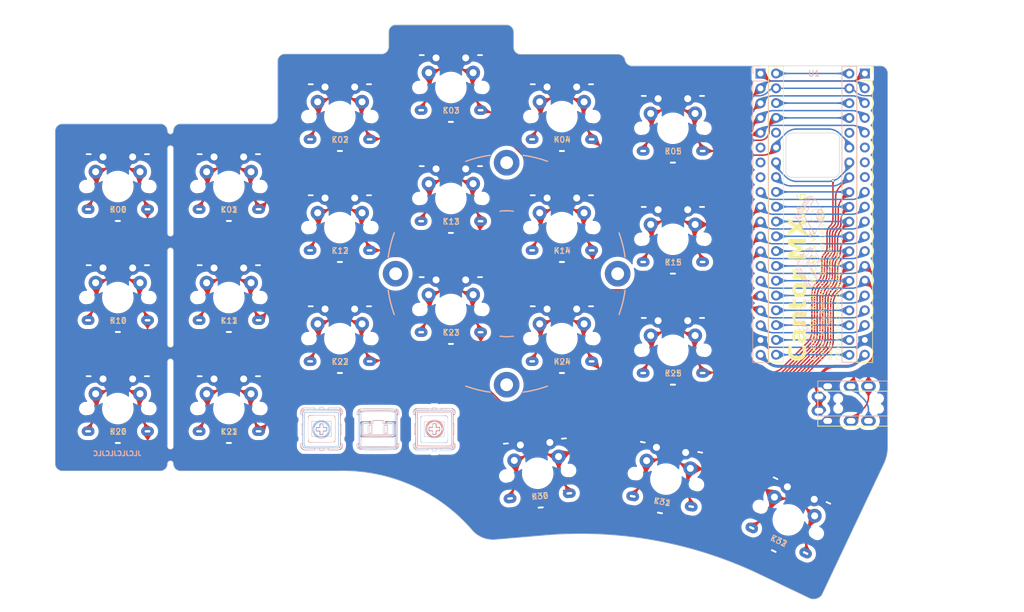
<source format=kicad_pcb>
(kicad_pcb (version 20221018) (generator pcbnew)
  (title_block (title "Cantor MX") (date "2023-10-23") (rev "rev1.6") (comment 2 "Based on Cantor by Diego Palacios https://github.com/diepala/cantor") (comment 3 "Cantor MX by Ryan Neff https://github.com/JellyTitan") (comment 4 "Supports Cherry MX Switches, as well as Kailh Choc V1 & V2"))
  (layers (0 "F.Cu" signal) (31 "B.Cu" signal) (34 "B.Paste" user) (35 "F.Paste" user) (36 "B.SilkS" user "B.Silkscreen") (37 "F.SilkS" user "F.Silkscreen") (38 "B.Mask" user) (39 "F.Mask" user) (44 "Edge.Cuts" user))
  (net 0 "")
  (net 1 "+3V3")
  (net 2 "GND")
  (net 3 "/TX")
  (net 4 "/RX")
  (net 5 "/k00")
  (net 6 "/k01")
  (net 7 "/k02")
  (net 8 "/k03")
  (net 9 "/k04")
  (net 10 "/k05")
  (net 11 "/k10")
  (net 12 "/k11")
  (net 13 "/k12")
  (net 14 "/k13")
  (net 15 "/k14")
  (net 16 "/k15")
  (net 17 "/k20")
  (net 18 "/k21")
  (net 19 "/k22")
  (net 20 "/k23")
  (net 21 "/k24")
  (net 22 "/k25")
  (net 23 "/k30")
  (net 24 "/k31")
  (net 25 "/k32")
  (net 26 "unconnected-(U1-PB12-Pad1)")
  (net 30 "unconnected-(U1-PA12-Pad9)")
  (net 31 "unconnected-(U1-5V-Pad18)")
  (net 32 "unconnected-(U1-VBat-Pad21)")
  (net 33 "unconnected-(U1-PC13-Pad22)")
  (net 34 "unconnected-(U1-PC14-Pad23)")
  (net 35 "unconnected-(U1-PC15-Pad24)")
  (net 36 "unconnected-(U1-RES-Pad25)")
  (net 38 "unconnected-(U1-5V-Pad40)")
  (footprint "Cantor_MX:CherryMX_ChocV2_1u_DS" (layer "F.Cu") (at 164 98.1)
    (fp_text reference "K25" hide)
    (fp_text value "KEYSW" hide)
  )
  (footprint "Cantor_MX:CherryMX_ChocV2_1u_DS" (layer "F.Cu") (at 144.95 96.1)
    (fp_text reference "K24" hide)
    (fp_text value "KEYSW" hide)
  )
  (footprint "Cantor_MX:CherryMX_ChocV2_1u_DS" (layer "F.Cu") (at 87.8 108.1)
    (fp_text reference "K21" hide)
    (fp_text value "KEYSW" hide)
  )
  (footprint "Cantor_MX:CherryMX_ChocV2_1u_DS" (layer "F.Cu") (at 106.85 58)
    (fp_text reference "K02" hide)
    (fp_text value "KEYSW" hide)
  )
  (footprint "Cantor_MX:CherryMX_ChocV2_1u_DS" (layer "F.Cu") (at 68.75 89.05)
    (fp_text reference "K10" hide)
    (fp_text value "KEYSW" hide)
  )
  (footprint "Cantor_MX:Cantor MX logo 3-switches top" (layer "F.Cu") (at 113.202403 111.491837)
    (fp_text reference "G***" hide)
    (fp_text value "Cantor MX logo 3-switches top" hide)
  )
  (footprint "Cantor_MX:CherryMX_ChocV2_1u_DS" (layer "F.Cu") (at 144.95 58)
    (fp_text reference "K04" hide)
    (fp_text value "KEYSW" hide)
  )
  (footprint "Cantor_MX:CherryMX_ChocV2_1u_DS" (layer "F.Cu") (at 106.85 77.05)
    (fp_text reference "K12" hide)
    (fp_text value "KEYSW" hide)
  )
  (footprint "Cantor_MX:CherryMX_ChocV2_1u_DS" (layer "F.Cu") (at 140.8 119.2 5)
    (fp_text reference "K30" hide)
    (fp_text value "KEYSW" hide)
  )
  (footprint "Cantor_MX:CherryMX_ChocV2_1u_DS" (layer "F.Cu") (at 87.8 70)
    (fp_text reference "K01" hide)
    (fp_text value "KEYSW" hide)
  )
  (footprint "Cantor_MX:CherryMX_ChocV2_1u_DS" (layer "F.Cu") (at 144.95 77.05)
    (fp_text reference "K14" hide)
    (fp_text value "KEYSW" hide)
  )
  (footprint "Cantor_MX:CherryMX_ChocV2_1u_DS" (layer "F.Cu") (at 125.9 91.1)
    (fp_text reference "K23" hide)
    (fp_text value "KEYSW" hide)
  )
  (footprint "Cantor_MX:CherryMX_ChocV2_1u_DS" (layer "F.Cu") (at 125.9 53)
    (fp_text reference "K03" hide)
    (fp_text value "KEYSW" hide)
  )
  (footprint "Cantor_MX:CherryMX_ChocV2_1u_DS" (layer "F.Cu") (at 106.85 96.1)
    (fp_text reference "K22" hide)
    (fp_text value "KEYSW" hide)
  )
  (footprint "Cantor_MX:MJ-4PP-9_Cantor_MX_TX-RX_Crossover" (layer "F.Cu") (at 200.86 108.12 -90)
    (fp_text reference "J1")
    (fp_text value "TRRS" hide)
  )
  (footprint "Cantor_MX:CherryMX_ChocV2_1u_DS" (layer "F.Cu") (at 164 79.05)
    (fp_text reference "K15" hide)
    (fp_text value "KEYSW" hide)
  )
  (footprint "Cantor_MX:CherryMX_ChocV2_1u_DS" (layer "F.Cu") (at 183.8 127.2 -25)
    (fp_text reference "K32" hide)
    (fp_text value "KEYSW" hide)
  )
  (footprint "Cantor_MX:CherryMX_ChocV2_1u_DS" (layer "F.Cu") (at 87.8 89.05)
    (fp_text reference "K11" hide)
    (fp_text value "KEYSW" hide)
  )
  (footprint "Cantor_MX:Cantor_DS_YAAJ_WeAct_BlackPill_2" (layer "F.Cu") (at 179.155 50.6)
    (fp_text reference "U1")
    (fp_text value "YAAJ_WeAct_BlackPill_Part_Like" hide)
  )
  (footprint "Cantor_MX:CherryMX_ChocV2_1u_DS" (layer "F.Cu") (at 164 60)
    (fp_text reference "K05" hide)
    (fp_text value "KEYSW" hide)
  )
  (footprint "Cantor_MX:CherryMX_ChocV2_1u_DS" (layer "F.Cu") (at 68.75 108.1)
    (fp_text reference "K20" hide)
    (fp_text value "KEYSW" hide)
  )
  (footprint "Cantor_MX:CherryMX_ChocV2_1u_DS" (layer "F.Cu") (at 125.9 72.05)
    (fp_text reference "K13" hide)
    (fp_text value "KEYSW" hide)
  )
  (footprint "Cantor_MX:CherryMX_ChocV2_1u_DS" (layer "F.Cu") (at 68.75 70)
    (fp_text reference "K00" hide)
    (fp_text value "KEYSW" hide)
  )
  (footprint "Cantor_MX:Tenting_Puck.kicad_mod" (layer "F.Cu") (at 135.47 84.96)
    (fp_text reference "REF**")
    (fp_text value "Tenting Puck")
  )
  (footprint "Cantor_MX:CherryMX_ChocV2_1u_DS" (layer "F.Cu") (at 162.8 120.2 -10)
    (fp_text reference "K31" hide)
    (fp_text value "KEYSW" hide)
  )
  (footprint "Cantor_MX:Cantor MX logo 3-switches ortho" (layer "B.Cu") (at 188.11 84.16 90)
    (fp_text reference "G***" hide)
    (fp_text value "Cantor MX logo 3-switches ortho" hide)
  )
  (gr_line (start 77.275045 81.024517) (end 77.275 97.075) (stroke (width 0.1)) (layer "Edge.Cuts"))
  (gr_arc (start 115.226552 46.006896) (mid 114.864376 46.881273) (end 113.99 47.243452) (stroke (width 0.1)) (layer "Edge.Cuts"))
  (gr_arc (start 192.585 67.41) (mid 192.292107 68.117107) (end 191.585 68.41) (stroke (width 0.1)) (layer "Edge.Cuts"))
  (gr_line (start 78.275 97.075) (end 78.275045 81.024517) (stroke (width 0.1)) (layer "Edge.Cuts"))
  (gr_line (start 79.501552 118.8) (end 106.5 118.8) (stroke (width 0.1)) (layer "Edge.Cuts"))
  (gr_line (start 189.53 140.16) (end 200.148728 117.713239) (stroke (width 0.1)) (layer "Edge.Cuts"))
  (gr_arc (start 133.51 130.59) (mid 131.436923 130.294624) (end 129.69 129.14) (stroke (width 0.1)) (layer "Edge.Cuts"))
  (gr_line (start 77.275 100.075) (end 77.27496 114.573488) (stroke (width 0.1)) (layer "Edge.Cuts"))
  (gr_arc (start 183.385 61.81) (mid 183.677952 61.102952) (end 184.385 60.81) (stroke (width 0.1)) (layer "Edge.Cuts"))
  (gr_line (start 183.385 67.41) (end 183.385 61.81) (stroke (width 0.1)) (layer "Edge.Cuts"))
  (gr_arc (start 157.01 49.290001) (mid 156.221933 49.004319) (end 155.800001 48.28) (stroke (width 0.1)) (layer "Edge.Cuts"))
  (gr_arc (start 77.775 99.575) (mid 78.128553 99.721447) (end 78.275 100.075) (stroke (width 0.1)) (layer "Edge.Cuts"))
  (gr_line (start 191.585 68.41) (end 184.385 68.41) (stroke (width 0.1)) (layer "Edge.Cuts"))
  (gr_line (start 79.491637 59.242178) (end 94.935626 59.242178) (stroke (width 0.1)) (layer "Edge.Cuts"))
  (gr_line (start 199.57 49.29) (end 157.01 49.29) (stroke (width 0.1)) (layer "Edge.Cuts"))
  (gr_line (start 115.226552 43.48) (end 115.226552 46.006896) (stroke (width 0.1)) (layer "Edge.Cuts"))
  (gr_line (start 116.463104 42.243448) (end 135.43 42.243448) (stroke (width 0.1)) (layer "Edge.Cuts"))
  (gr_arc (start 78.27496 114.573488) (mid 78.128515 114.927035) (end 77.77496 115.073488) (stroke (width 0.1)) (layer "Edge.Cuts"))
  (gr_line (start 192.577893 61.81) (end 192.585 67.41) (stroke (width 0.1)) (layer "Edge.Cuts"))
  (gr_line (start 137.903104 47.3) (end 154.59 47.3) (stroke (width 0.1)) (layer "Edge.Cuts"))
  (gr_line (start 77.275085 63.46873) (end 77.275045 78.024517) (stroke (width 0.1)) (layer "Edge.Cuts"))
  (gr_arc (start 77.775085 62.96873) (mid 78.128637 63.115173) (end 78.275085 63.46873) (stroke (width 0.1)) (layer "Edge.Cuts"))
  (gr_arc (start 199.57 49.29) (mid 200.482631 49.638814) (end 200.86 50.54) (stroke (width 0.1)) (layer "Edge.Cuts"))
  (gr_line (start 97.42 47.243448) (end 113.99 47.243448) (stroke (width 0.1)) (layer "Edge.Cuts"))
  (gr_arc (start 200.86 114.89) (mid 200.666067 116.342358) (end 200.148728 117.713239) (stroke (width 0.1)) (layer "Edge.Cuts"))
  (gr_arc (start 77.775045 78.524517) (mid 77.421521 78.378052) (end 77.275045 78.024517) (stroke (width 0.1)) (layer "Edge.Cuts"))
  (gr_arc (start 77.775 97.575) (mid 77.421442 97.428555) (end 77.275 97.075) (stroke (width 0.1)) (layer "Edge.Cuts"))
  (gr_arc (start 191.577893 60.81) (mid 192.285004 61.102891) (end 192.577893 61.81) (stroke (width 0.1)) (layer "Edge.Cuts"))
  (gr_arc (start 77.27496 117.573488) (mid 77.421398 117.219926) (end 77.77496 117.073488) (stroke (width 0.1)) (layer "Edge.Cuts"))
  (gr_arc (start 79.501552 118.8) (mid 78.63488 118.447203) (end 78.275 117.583448) (stroke (width 0.1)) (layer "Edge.Cuts"))
  (gr_arc (start 77.27496 117.573488) (mid 76.922163 118.44016) (end 76.058408 118.80004) (stroke (width 0.1)) (layer "Edge.Cuts"))
  (gr_arc (start 77.775085 60.96873) (mid 77.417983 60.818749) (end 77.275045 60.45877) (stroke (width 0.1)) (layer "Edge.Cuts"))
  (gr_arc (start 77.775045 80.524517) (mid 78.128563 80.670981) (end 78.275045 81.024517) (stroke (width 0.1)) (layer "Edge.Cuts"))
  (gr_arc (start 96.17 48.48) (mid 96.536936 47.600853) (end 97.42 47.243448) (stroke (width 0.1)) (layer "Edge.Cuts"))
  (gr_line (start 136.666552 43.48) (end 136.666552 46.07) (stroke (width 0.1)) (layer "Edge.Cuts"))
  (gr_line (start 141.84 129.87) (end 133.51 130.59) (stroke (width 0.1)) (layer "Edge.Cuts"))
  (gr_line (start 78.27496 114.573488) (end 78.275 100.075) (stroke (width 0.1)) (layer "Edge.Cuts"))
  (gr_line (start 179.81 137.01) (end 187.513868 140.691488) (stroke (width 0.1)) (layer "Edge.Cuts"))
  (gr_arc locked (start 59.23 118.8) (mid 58.363332 118.447198) (end 58.003448 117.583448) (stroke (width 0.1)) (layer "Edge.Cuts"))
  (gr_arc (start 154.59 47.3) (mid 155.368546 47.575724) (end 155.8 48.28) (stroke (width 0.1)) (layer "Edge.Cuts"))
  (gr_arc (start 77.275085 63.46873) (mid 77.42152 63.115152) (end 77.775085 62.96873) (stroke (width 0.1)) (layer "Edge.Cuts"))
  (gr_arc (start 58.003448 60.48) (mid 58.365626 59.605626) (end 59.24 59.243448) (stroke (width 0.1)) (layer "Edge.Cuts"))
  (gr_arc (start 96.172178 58.005626) (mid 95.80998 58.87998) (end 94.935626 59.242178) (stroke (width 0.1)) (layer "Edge.Cuts"))
  (gr_line (start 184.385 60.81) (end 191.577893 60.81) (stroke (width 0.1)) (layer "Edge.Cuts"))
  (gr_line (start 59.24 59.243448) (end 76.048493 59.242218) (stroke (width 0.1)) (layer "Edge.Cuts"))
  (gr_arc (start 137.903104 47.3) (mid 137.029127 46.942063) (end 136.666552 46.07) (stroke (width 0.1)) (layer "Edge.Cuts"))
  (gr_arc (start 78.275085 60.46873) (mid 78.128647 60.822292) (end 77.775085 60.96873) (stroke (width 0.1)) (layer "Edge.Cuts"))
  (gr_arc (start 78.275045 78.024517) (mid 78.128589 78.37804) (end 77.775045 78.524517) (stroke (width 0.1)) (layer "Edge.Cuts"))
  (gr_arc (start 76.048493 59.242218) (mid 76.915164 59.595016) (end 77.275045 60.45877) (stroke (width 0.1)) (layer "Edge.Cuts"))
  (gr_arc (start 77.77496 117.073488) (mid 78.132042 117.223489) (end 78.275 117.583448) (stroke (width 0.1)) (layer "Edge.Cuts"))
  (gr_arc (start 115.226552 43.48) (mid 115.58873 42.605626) (end 116.463104 42.243448) (stroke (width 0.1)) (layer "Edge.Cuts"))
  (gr_arc (start 77.77496 115.073488) (mid 77.421437 114.927027) (end 77.27496 114.573488) (stroke (width 0.1)) (layer "Edge.Cuts"))
  (gr_arc (start 78.275085 60.46873) (mid 78.627882 59.602058) (end 79.491637 59.242178) (stroke (width 0.1)) (layer "Edge.Cuts"))
  (gr_arc (start 184.385 68.41) (mid 183.680787 68.114213) (end 183.385 67.41) (stroke (width 0.1)) (layer "Edge.Cuts"))
  (gr_line (start 96.17 48.48) (end 96.172178 58.005626) (stroke (width 0.1)) (layer "Edge.Cuts"))
  (gr_arc (start 106.5 118.8) (mid 119.270078 121.334598) (end 129.69 129.14) (stroke (width 0.1)) (layer "Edge.Cuts"))
  (gr_arc (start 135.43 42.243448) (mid 136.304374 42.605626) (end 136.666552 43.48) (stroke (width 0.1)) (layer "Edge.Cuts"))
  (gr_line (start 76.058408 118.80004) (end 59.23 118.8) (stroke (width 0.1)) (layer "Edge.Cuts"))
  (gr_arc (start 78.275 97.075) (mid 78.128552 97.428552) (end 77.775 97.575) (stroke (width 0.1)) (layer "Edge.Cuts"))
  (gr_arc (start 77.275045 81.024517) (mid 77.421488 80.670969) (end 77.775045 80.524517) (stroke (width 0.1)) (layer "Edge.Cuts"))
  (gr_arc (start 77.275 100.075) (mid 77.421447 99.721447) (end 77.775 99.575) (stroke (width 0.1)) (layer "Edge.Cuts"))
  (gr_line (start 78.275045 78.024517) (end 78.275085 63.46873) (stroke (width 0.1)) (layer "Edge.Cuts"))
  (gr_line (start 200.86 114.89) (end 200.86 50.54) (stroke (width 0.1)) (layer "Edge.Cuts"))
  (gr_arc (start 189.53 140.16) (mid 188.605921 140.739577) (end 187.513868 140.691488) (stroke (width 0.1)) (layer "Edge.Cuts"))
  (gr_line locked (start 58.003448 117.583448) (end 58.003448 60.48) (stroke (width 0.1)) (layer "Edge.Cuts"))
  (gr_arc (start 141.84 129.87) (mid 161.316748 130.824921) (end 179.81 137.01) (stroke (width 0.1)) (layer "Edge.Cuts"))
  (gr_text "JLCJLCJLCJLC" (at 72.89 116.28) (layer "B.SilkS") (effects (font (size 0.8 0.8) (thickness 0.2) bold) (justify left bottom mirror)))
  (gr_text "Cantor MX by Ryan Neff | github.com/JellyTitan\nBased on Cantor by Diego Palacios\nhttps://github.com/diepala/cantor" (at 189.17 99.78 90) (layer "F.SilkS") (effects (font (size 0.8 0.8) (thickness 0.1875)) (justify left top)))
  (gr_text "Cantor MX\n" (at 185.6 100.1 90) (layer "F.SilkS") (effects (font (size 3 3) (thickness 0.6) bold) (justify left)))
  (gr_text "v1.6" (at 187.03 75.6 90) (layer "F.SilkS") (effects (font (size 1.5 1.5) (thickness 0.1875)) (justify left bottom)))
  (gr_text "Cherry MX | Kailh Choc V1 & V2" (at 187.52 99.82 90) (layer "F.SilkS") (effects (font (size 1 1) (thickness 0.125)) (justify left top)))
  (segment (start 191.806981 100.85) (end 193.818018 100.85) (width 0.5) (layer "F.Cu") (net 1))
  (segment (start 188.549432 103.895) (end 188.549432 104.448405) (width 0.5) (layer "F.Cu") (net 1))
  (segment (start 189.06 105.32) (end 189.06 108.47) (width 0.5) (layer "F.Cu") (net 1))
  (segment (start 189.883103 101.646896) (end 189.196032 102.333966) (width 0.5) (layer "F.Cu") (net 1))
  (segment (start 189.06 105.32) (end 188.804716 105.064716) (width 0.5) (layer "F.Cu") (net 1))
  (segment (start 195.741896 100.053103) (end 196.935 98.86) (width 0.5) (layer "F.Cu") (net 1))
  (arc (start 189.883103 101.646896) (mid 190.765786 101.057106) (end 191.806981 100.85) (width 0.5) (layer "F.Cu") (net 1))
  (arc (start 195.741896 100.053103) (mid 194.859213 100.642893) (end 193.818018 100.85) (width 0.5) (layer "F.Cu") (net 1))
  (arc (start 188.549432 103.895) (mid 188.717477 103.050174) (end 189.196032 102.333966) (width 0.5) (layer "F.Cu") (net 1))
  (arc (start 188.804716 105.064716) (mid 188.615778 104.78195) (end 188.549432 104.448405) (width 0.5) (layer "F.Cu") (net 1))
  (segment (start 180.208103 100.053103) (end 179.035 98.88) (width 0.5) (layer "B.Cu") (net 1))
  (segment (start 195.741896 100.053103) (end 196.935 98.86) (width 0.5) (layer "B.Cu") (net 1))
  (segment (start 182.131981 100.85) (end 193.818018 100.85) (width 0.5) (layer "B.Cu") (net 1))
  (segment (start 194.240857 55.68) (end 181.695 55.68) (width 0.25) (layer "B.Cu") (net 1))
  (arc (start 195.741896 100.053103) (mid 194.859213 100.642893) (end 193.818018 100.85) (width 0.5) (layer "B.Cu") (net 1))
  (arc (start 182.131981 100.85) (mid 181.090786 100.642893) (end 180.208103 100.053103) (width 0.5) (layer "B.Cu") (net 1))
  (segment (start 183.081562 53.14) (end 183.093515 53.14) (width 0.25) (layer "B.Cu") (net 2))
  (segment (start 183.093515 53.14) (end 194.240857 53.14) (width 0.25) (layer "B.Cu") (net 2))
  (segment (start 181.168883 97.59) (end 194.766974 97.59) (width 0.25) (layer "B.Cu") (net 2))
  (segment (start 182.603436 53.14) (end 183.081562 53.14) (width 0.25) (layer "B.Cu") (net 2))
  (segment (start 178.727832 54.43) (end 169.034142 54.43) (width 0.25) (layer "B.Cu") (net 2))
  (segment (start 182.555623 53.14) (end 182.412186 53.14) (width 0.25) (layer "B.Cu") (net 2))
  (segment (start 179.66 96.965) (end 179.035 96.34) (width 0.25) (layer "B.Cu") (net 2))
  (segment (start 195.382833 53.764999) (end 195.008301 53.390468) (width 0.25) (layer "B.Cu") (net 2))
  (segment (start 182.555623 53.14) (end 182.603436 53.14) (width 0.25) (layer "B.Cu") (net 2))
  (segment (start 196.94 54.41) (end 198.66 54.41) (width 0.25) (layer "B.Cu") (net 2))
  (segment (start 180.284999 53.784999) (end 180.659531 53.410468) (width 0.25) (layer "B.Cu") (net 2))
  (segment (start 196.3 96.955) (end 196.935 96.32) (width 0.25) (layer "B.Cu") (net 2))
  (arc (start 180.659531 53.410468) (mid 180.959115 53.210292) (end 181.3125 53.14) (width 0.25) (layer "B.Cu") (net 2))
  (arc (start 195.008301 53.390468) (mid 194.708717 53.190292) (end 194.355332 53.12) (width 0.25) (layer "B.Cu") (net 2))
  (arc (start 194.766974 97.59) (mid 195.596641 97.424968) (end 196.3 96.955) (width 0.25) (layer "B.Cu") (net 2))
  (arc (start 180.284999 53.784999) (mid 179.570565 54.262369) (end 178.727832 54.43) (width 0.25) (layer "B.Cu") (net 2))
  (arc (start 195.382833 53.764999) (mid 196.097267 54.242369) (end 196.94 54.41) (width 0.25) (layer "B.Cu") (net 2))
  (arc (start 181.168883 97.59) (mid 180.352281 97.427567) (end 179.66 96.965) (width 0.25) (layer "B.Cu") (net 2))
  (segment (start 197.94 100.49) (end 198.32 100.11) (width 0.25) (layer "F.Cu") (net 3))
  (segment (start 198.98 86.791981) (end 198.98 98.516619) (width 0.25) (layer "F.Cu") (net 3))
  (segment (start 197.56 104.27) (end 197.56 101.407401) (width 0.25) (layer "F.Cu") (net 3))
  (segment (start 198.183103 84.868103) (end 196.935 83.62) (width 0.25) (layer "F.Cu") (net 3))
  (segment (start 196.763103 108.016896) (end 194.56 110.22) (width 0.25) (layer "F.Cu") (net 3))
  (segment (start 197.56 106.093018) (end 197.56 104.27) (width 0.25) (layer "F.Cu") (net 3))
  (arc (start 198.98 98.516619) (mid 198.808471 99.37895) (end 198.32 100.11) (width 0.25) (layer "F.Cu") (net 3))
  (arc (start 197.56 106.093018) (mid 197.352893 107.134213) (end 196.763103 108.016896) (width 0.25) (layer "F.Cu") (net 3))
  (arc (start 198.98 86.791981) (mid 198.772893 85.750786) (end 198.183103 84.868103) (width 0.25) (layer "F.Cu") (net 3))
  (arc (start 197.94 100.49) (mid 197.658758 100.910907) (end 197.56 101.407401) (width 0.25) (layer "F.Cu") (net 3))
  (segment (start 196.29 84.265) (end 196.935 83.62) (width 0.25) (layer "B.Cu") (net 3))
  (segment (start 179.67 84.275) (end 179.035 83.64) (width 0.25) (layer "B.Cu") (net 3))
  (segment (start 194.732832 84.91) (end 181.203025 84.91) (width 0.25) (layer "B.Cu") (net 3))
  (arc (start 179.67 84.275) (mid 180.373357 84.744968) (end 181.203025 84.91) (width 0.25) (layer "B.Cu") (net 3))
  (arc (start 194.732832 84.91) (mid 195.575565 84.742369) (end 196.29 84.265) (width 0.25) (layer "B.Cu") (net 3))
  (segment (start 195.031231 102.748768) (end 197.733592 100.046407) (width 0.25) (layer "F.Cu") (net 4))
  (segment (start 197.733592 86.958592) (end 196.935 86.16) (width 0.25) (layer "F.Cu") (net 4))
  (segment (start 198.530489 98.122529) (end 198.530489 88.88247) (width 0.25) (layer "F.Cu") (net 4))
  (arc (start 198.530489 88.88247) (mid 198.323382 87.841275) (end 197.733592 86.958592) (width 0.25) (layer "F.Cu") (net 4))
  (arc (start 195.031231 102.748768) (mid 194.756479 103.159963) (end 194.66 103.645) (width 0.25) (layer "F.Cu") (net 4))
  (arc (start 197.733592 100.046407) (mid 198.323382 99.163724) (end 198.530489 98.122529) (width 0.25) (layer "F.Cu") (net 4))
  (segment (start 194.749903 87.44) (end 181.185954 87.44) (width 0.25) (layer "B.Cu") (net 4))
  (segment (start 197.56 108.396981) (end 197.56 110.22) (width 0.25) (layer "B.Cu") (net 4))
  (segment (start 179.665 86.81) (end 179.035 86.18) (width 0.25) (layer "B.Cu") (net 4))
  (segment (start 196.763103 106.473103) (end 194.56 104.27) (width 0.25) (layer "B.Cu") (net 4))
  (segment (start 196.295 86.8) (end 196.935 86.16) (width 0.25) (layer "B.Cu") (net 4))
  (arc (start 179.665 86.81) (mid 180.362819 87.276268) (end 181.185954 87.44) (width 0.25) (layer "B.Cu") (net 4))
  (arc (start 196.763103 106.473103) (mid 197.352893 107.355786) (end 197.56 108.396981) (width 0.25) (layer "B.Cu") (net 4))
  (arc (start 194.749903 87.44) (mid 195.586103 87.273669) (end 196.295 86.8) (width 0.25) (layer "B.Cu") (net 4))
  (segment (start 76.323103 78.733103) (end 74.646896 77.056896) (width 0.25) (layer "F.Cu") (net 5))
  (segment (start 181.04 63.955) (end 181.695 63.3) (width 0.25) (layer "F.Cu") (net 5))
  (segment (start 140.703103 67.133103) (end 137.046896 63.476896) (width 0.25) (layer "F.Cu") (net 5))
  (segment (start 78.246981 79.53) (end 90.603018 79.53) (width 0.25) (layer "F.Cu") (net 5))
  (segment (start 174.593103 65.406896) (end 170.748892 69.251107) (width 0.25) (layer "F.Cu") (net 5))
  (segment (start 73.85 75.133018) (end 73.85 73.9) (width 0.25) (layer "F.Cu") (net 5))
  (segment (start 95.18 73.536981) (end 95.18 74.953018) (width 0.25) (layer "F.Cu") (net 5))
  (segment (start 154.921107 69.251107) (end 154.396896 68.726896) (width 0.25) (layer "F.Cu") (net 5))
  (segment (start 100.93748 67.779501) (end 110.839207 67.779501) (width 0.25) (layer "F.Cu") (net 5))
  (segment (start 179.45869 64.61) (end 176.516981 64.61) (width 0.25) (layer "F.Cu") (net 5))
  (segment (start 92.526896 78.733103) (end 94.383103 76.876896) (width 0.25) (layer "F.Cu") (net 5))
  (segment (start 116.268793 63.476896) (end 112.763085 66.982604) (width 0.25) (layer "F.Cu") (net 5))
  (segment (start 142.626981 67.93) (end 152.473018 67.93) (width 0.25) (layer "F.Cu") (net 5))
  (segment (start 168.825014 70.048004) (end 156.844985 70.048004) (width 0.25) (layer "F.Cu") (net 5))
  (segment (start 95.976896 71.613103) (end 99.013602 68.576397) (width 0.25) (layer "F.Cu") (net 5))
  (segment (start 135.123018 62.68) (end 118.192671 62.68) (width 0.25) (layer "F.Cu") (net 5))
  (arc (start 116.268793 63.476896) (mid 117.151476 62.887106) (end 118.192671 62.68) (width 0.25) (layer "F.Cu") (net 5))
  (arc (start 74.646896 77.056896) (mid 74.057106 76.174213) (end 73.85 75.133018) (width 0.25) (layer "F.Cu") (net 5))
  (arc (start 152.473018 67.93) (mid 153.514213 68.137106) (end 154.396896 68.726896) (width 0.25) (layer "F.Cu") (net 5))
  (arc (start 168.825014 70.048004) (mid 169.866209 69.840897) (end 170.748892 69.251107) (width 0.25) (layer "F.Cu") (net 5))
  (arc (start 135.123018 62.68) (mid 136.164213 62.887106) (end 137.046896 63.476896) (width 0.25) (layer "F.Cu") (net 5))
  (arc (start 94.383103 76.876896) (mid 94.972893 75.994213) (end 95.18 74.953018) (width 0.25) (layer "F.Cu") (net 5))
  (arc (start 92.526896 78.733103) (mid 91.644213 79.322893) (end 90.603018 79.53) (width 0.25) (layer "F.Cu") (net 5))
  (arc (start 142.626981 67.93) (mid 141.585786 67.722893) (end 140.703103 67.133103) (width 0.25) (layer "F.Cu") (net 5))
  (arc (start 78.246981 79.53) (mid 77.205786 79.322893) (end 76.323103 78.733103) (width 0.25) (layer "F.Cu") (net 5))
  (arc (start 95.976896 71.613103) (mid 95.387106 72.495786) (end 95.18 73.536981) (width 0.25) (layer "F.Cu") (net 5))
  (arc (start 174.593103 65.406896) (mid 175.475786 64.817106) (end 176.516981 64.61) (width 0.25) (layer "F.Cu") (net 5))
  (arc (start 156.844985 70.048004) (mid 155.80379 69.840897) (end 154.921107 69.251107) (width 0.25) (layer "F.Cu") (net 5))
  (arc (start 100.93748 67.779501) (mid 99.896285 67.986607) (end 99.013602 68.576397) (width 0.25) (layer "F.Cu") (net 5))
  (arc (start 110.839207 67.779501) (mid 111.880402 67.572394) (end 112.763085 66.982604) (width 0.25) (layer "F.Cu") (net 5))
  (arc (start 181.04 63.955) (mid 180.314488 64.439771) (end 179.45869 64.61) (width 0.25) (layer "F.Cu") (net 5))
  (segment (start 181.997092 62.252908) (end 183.322908 60.927092) (width 0.25) (layer "B.Cu") (net 5))
  (segment (start 190.692822 60.130196) (end 185.246786 60.130196) (width 0.25) (layer "B.Cu") (net 5))
  (segment (start 193.990193 62.300586) (end 192.6167 60.927093) (width 0.25) (layer "B.Cu") (net 5))
  (arc (start 190.692822 60.130196) (mid 191.734017 60.337303) (end 192.6167 60.927093) (width 0.25) (layer "B.Cu") (net 5))
  (arc (start 183.322908 60.927092) (mid 184.205591 60.337303) (end 185.246786 60.130196) (width 0.25) (layer "B.Cu") (net 5))
  (arc (start 193.990193 62.300586) (mid 194.200836 62.615835) (end 194.274803 62.987696) (width 0.25) (layer "B.Cu") (net 5))
  (arc (start 181.997092 62.252908) (mid 181.773366 62.587738) (end 181.694803 62.982696) (width 0.25) (layer "B.Cu") (net 5))
  (segment (start 178.406981 62.06) (end 178.975533 62.06) (width 0.25) (layer "F.Cu") (net 6))
  (segment (start 181.0975 58.8175) (end 181.695 58.22) (width 0.25) (layer "F.Cu") (net 6))
  (segment (start 176.483103 62.856896) (end 170.538393 68.801606) (width 0.25) (layer "F.Cu") (net 6))
  (segment (start 168.614515 69.598503) (end 157.031174 69.598503) (width 0.25) (layer "F.Cu") (net 6))
  (segment (start 140.889292 66.683602) (end 137.233085 63.027395) (width 0.25) (layer "F.Cu") (net 6))
  (segment (start 118.006482 62.230499) (end 135.309207 62.230499) (width 0.25) (layer "F.Cu") (net 6))
  (segment (start 98.773103 68.126896) (end 93.1 73.8) (width 0.25) (layer "F.Cu") (net 6))
  (segment (start 155.107296 68.801606) (end 154.583085 68.277395) (width 0.25) (layer "F.Cu") (net 6))
  (segment (start 100.696981 67.33) (end 110.653018 67.33) (width 0.25) (layer "F.Cu") (net 6))
  (segment (start 142.81317 67.480499) (end 152.659207 67.480499) (width 0.25) (layer "F.Cu") (net 6))
  (segment (start 180.5 60.535533) (end 180.5 60.259992) (width 0.25) (layer "F.Cu") (net 6))
  (segment (start 116.082604 63.027395) (end 112.576896 66.533103) (width 0.25) (layer "F.Cu") (net 6))
  (arc (start 168.614515 69.598503) (mid 169.65571 69.391396) (end 170.538393 68.801606) (width 0.25) (layer "F.Cu") (net 6))
  (arc (start 137.233085 63.027395) (mid 136.350402 62.437605) (end 135.309207 62.230499) (width 0.25) (layer "F.Cu") (net 6))
  (arc (start 181.0975 58.8175) (mid 180.655285 59.479321) (end 180.5 60.259992) (width 0.25) (layer "F.Cu") (net 6))
  (arc (start 118.006482 62.230499) (mid 116.965287 62.437605) (end 116.082604 63.027395) (width 0.25) (layer "F.Cu") (net 6))
  (arc (start 157.031174 69.598503) (mid 155.989979 69.391396) (end 155.107296 68.801606) (width 0.25) (layer "F.Cu") (net 6))
  (arc (start 142.81317 67.480499) (mid 141.771975 67.273392) (end 140.889292 66.683602) (width 0.25) (layer "F.Cu") (net 6))
  (arc (start 178.975533 62.06) (mid 179.558921 61.943956) (end 180.053494 61.613494) (width 0.25) (layer "F.Cu") (net 6))
  (arc (start 180.053494 61.613494) (mid 180.383956 61.118921) (end 180.5 60.535533) (width 0.25) (layer "F.Cu") (net 6))
  (arc (start 110.653018 67.33) (mid 111.694213 67.122893) (end 112.576896 66.533103) (width 0.25) (layer "F.Cu") (net 6))
  (arc (start 178.406981 62.06) (mid 177.365786 62.267106) (end 176.483103 62.856896) (width 0.25) (layer "F.Cu") (net 6))
  (arc (start 100.696981 67.33) (mid 99.655786 67.537106) (end 98.773103 68.126896) (width 0.25) (layer "F.Cu") (net 6))
  (arc (start 152.659207 67.480499) (mid 153.700402 67.687605) (end 154.583085 68.277395) (width 0.25) (layer "F.Cu") (net 6))
  (segment (start 194.240857 58.22) (end 181.695 58.22) (width 0.25) (layer "B.Cu") (net 6))
  (segment (start 137.419274 62.577894) (end 141.075481 66.234101) (width 0.25) (layer "F.Cu") (net 7))
  (segment (start 155.293485 68.352105) (end 154.769274 67.827894) (width 0.25) (layer "F.Cu") (net 7))
  (segment (start 142.999359 67.030998) (end 152.845396 67.030998) (width 0.25) (layer "F.Cu") (net 7))
  (segment (start 177.498716 61.181283) (end 170.327894 68.352105) (width 0.25) (layer "F.Cu") (net 7))
  (segment (start 135.495396 61.780998) (end 111.830998 61.780998) (width 0.25) (layer "F.Cu") (net 7))
  (segment (start 168.404016 69.149002) (end 157.217363 69.149002) (width 0.25) (layer "F.Cu") (net 7))
  (arc (start 155.293485 68.352105) (mid 156.176168 68.941895) (end 157.217363 69.149002) (width 0.25) (layer "F.Cu") (net 7))
  (arc (start 154.769274 67.827894) (mid 153.886591 67.238104) (end 152.845396 67.030998) (width 0.25) (layer "F.Cu") (net 7))
  (arc (start 137.419274 62.577894) (mid 136.536591 61.988104) (end 135.495396 61.780998) (width 0.25) (layer "F.Cu") (net 7))
  (arc (start 168.404016 69.149002) (mid 169.445211 68.941895) (end 170.327894 68.352105) (width 0.25) (layer "F.Cu") (net 7))
  (arc (start 177.498716 61.181283) (mid 177.943198 60.88429) (end 178.4675 60.78) (width 0.25) (layer "F.Cu") (net 7))
  (arc (start 141.075481 66.234101) (mid 141.958164 66.823891) (end 142.999359 67.030998) (width 0.25) (layer "F.Cu") (net 7))
  (segment (start 181.203025 59.51) (end 194.801116 59.51) (width 0.25) (layer "B.Cu") (net 7))
  (segment (start 179.67 60.145) (end 179.035 60.78) (width 0.25) (layer "B.Cu") (net 7))
  (segment (start 196.31 60.135) (end 196.935 60.76) (width 0.25) (layer "B.Cu") (net 7))
  (arc (start 196.31 60.135) (mid 195.617718 59.672432) (end 194.801116 59.51) (width 0.25) (layer "B.Cu") (net 7))
  (arc (start 179.67 60.145) (mid 180.373357 59.675031) (end 181.203025 59.51) (width 0.25) (layer "B.Cu") (net 7))
  (segment (start 178.013334 59.261665) (end 179.035 58.24) (width 0.25) (layer "F.Cu") (net 8))
  (segment (start 141.26167 65.7846) (end 132.863937 57.386867) (width 0.25) (layer "F.Cu") (net 8))
  (segment (start 153.031585 66.581497) (end 143.185548 66.581497) (width 0.25) (layer "F.Cu") (net 8))
  (segment (start 170.141705 67.902604) (end 177.288476 60.755832) (width 0.25) (layer "F.Cu") (net 8))
  (segment (start 155.479674 67.902604) (end 154.955463 67.378393) (width 0.25) (layer "F.Cu") (net 8))
  (segment (start 157.403552 68.699501) (end 168.217827 68.699501) (width 0.25) (layer "F.Cu") (net 8))
  (segment (start 177.296099 60.74728) (end 177.470042 60.573338) (width 0.25) (layer "F.Cu") (net 8))
  (segment (start 177.293213 60.748476) (end 177.291523 60.748476) (width 0.25) (layer "F.Cu") (net 8))
  (arc (start 177.293213 60.748476) (mid 177.294775 60.748165) (end 177.296099 60.74728) (width 0.25) (layer "F.Cu") (net 8))
  (arc (start 132.863937 57.386867) (mid 132.324658 57.026532) (end 131.688535 56.9) (width 0.25) (layer "F.Cu") (net 8))
  (arc (start 177.74169 59.9175) (mid 177.671091 60.272449) (end 177.470042 60.573338) (width 0.25) (layer "F.Cu") (net 8))
  (arc (start 170.141705 67.902604) (mid 169.259018 68.492387) (end 168.217827 68.699501) (width 0.25) (layer "F.Cu") (net 8))
  (arc (start 141.26167 65.7846) (mid 142.144353 66.37439) (end 143.185548 66.581497) (width 0.25) (layer "F.Cu") (net 8))
  (arc (start 178.013334 59.261665) (mid 177.812288 59.562551) (end 177.74169 59.9175) (width 0.25) (layer "F.Cu") (net 8))
  (arc (start 157.403552 68.699501) (mid 156.362357 68.492394) (end 155.479674 67.902604) (width 0.25) (layer "F.Cu") (net 8))
  (arc (start 177.29 60.752154) (mid 177.290395 60.750163) (end 177.291523 60.748476) (width 0.25) (layer "F.Cu") (net 8))
  (arc (start 153.031585 66.581497) (mid 154.07278 66.788603) (end 154.955463 67.378393) (width 0.25) (layer "F.Cu") (net 8))
  (arc (start 177.29 60.752154) (mid 177.289603 60.754144) (end 177.288476 60.755832) (width 0.25) (layer "F.Cu") (net 8))
  (segment (start 196.31 57.595) (end 196.935 58.22) (width 0.25) (layer "B.Cu") (net 8))
  (segment (start 181.203025 56.97) (end 194.801116 56.97) (width 0.25) (layer "B.Cu") (net 8))
  (segment (start 179.67 57.605) (end 179.035 58.24) (width 0.25) (layer "B.Cu") (net 8))
  (arc (start 194.801116 56.97) (mid 195.617718 57.132432) (end 196.31 57.595) (width 0.25) (layer "B.Cu") (net 8))
  (arc (start 181.203025 56.97) (mid 180.373357 57.135031) (end 179.67 57.605) (width 0.25) (layer "B.Cu") (net 8))
  (segment (start 157.826981 68.25) (end 168.029414 68.25) (width 0.25) (layer "F.Cu") (net 9))
  (segment (start 177.3 58.207207) (end 177.3 58.979414) (width 0.25) (layer "F.Cu") (net 9))
  (segment (start 178.936782 55.798217) (end 177.846032 56.888967) (width 0.25) (layer "F.Cu") (net 9))
  (segment (start 155.903103 67.453103) (end 150.456066 62.006066) (width 0.25) (layer "F.Cu") (net 9))
  (segment (start 169.953292 67.453103) (end 176.503103 60.903292) (width 0.25) (layer "F.Cu") (net 9))
  (arc (start 168.029414 68.25) (mid 169.070609 68.042893) (end 169.953292 67.453103) (width 0.25) (layer "F.Cu") (net 9))
  (arc (start 176.503103 60.903292) (mid 177.092893 60.020609) (end 177.3 58.979414) (width 0.25) (layer "F.Cu") (net 9))
  (arc (start 157.826981 68.25) (mid 156.785786 68.042893) (end 155.903103 67.453103) (width 0.25) (layer "F.Cu") (net 9))
  (arc (start 177.846032 56.888967) (mid 177.441909 57.49378) (end 177.3 58.207207) (width 0.25) (layer "F.Cu") (net 9))
  (segment (start 196.315 55.06) (end 196.935 55.68) (width 0.25) (layer "B.Cu") (net 9))
  (segment (start 181.185954 54.44) (end 194.818187 54.44) (width 0.25) (layer "B.Cu") (net 9))
  (segment (start 179.665 55.07) (end 179.277184 55.457815) (width 0.25) (layer "B.Cu") (net 9))
  (arc (start 179.665 55.07) (mid 180.362819 54.603731) (end 181.185954 54.44) (width 0.25) (layer "B.Cu") (net 9))
  (arc (start 196.315 55.06) (mid 195.628256 54.601132) (end 194.818187 54.44) (width 0.25) (layer "B.Cu") (net 9))
  (segment (start 173.666896 63.103103) (end 176.053103 60.716896) (width 0.25) (layer "F.Cu") (net 10))
  (segment (start 176.85 56.471981) (end 176.85 58.793018) (width 0.25) (layer "F.Cu") (net 10))
  (segment (start 171.743018 63.9) (end 169.1 63.9) (width 0.25) (layer "F.Cu") (net 10))
  (segment (start 177.646896 54.548103) (end 179.035 53.16) (width 0.25) (layer "F.Cu") (net 10))
  (arc (start 176.85 58.793018) (mid 176.642893 59.834213) (end 176.053103 60.716896) (width 0.25) (layer "F.Cu") (net 10))
  (arc (start 173.666896 63.103103) (mid 172.784213 63.692893) (end 171.743018 63.9) (width 0.25) (layer "F.Cu") (net 10))
  (arc (start 176.85 56.471981) (mid 177.057106 55.430786) (end 177.646896 54.548103) (width 0.25) (layer "F.Cu") (net 10))
  (segment (start 181.203025 51.89) (end 194.801116 51.89) (width 0.25) (layer "B.Cu") (net 10))
  (segment (start 179.67 52.525) (end 179.035 53.16) (width 0.25) (layer "B.Cu") (net 10))
  (segment (start 196.31 52.515) (end 196.935 53.14) (width 0.25) (layer "B.Cu") (net 10))
  (arc (start 196.31 52.515) (mid 195.617718 52.052432) (end 194.801116 51.89) (width 0.25) (layer "B.Cu") (net 10))
  (arc (start 179.67 52.525) (mid 180.373357 52.055031) (end 181.203025 51.89) (width 0.25) (layer "B.Cu") (net 10))
  (segment (start 73.85 92.95) (end 73.85 94.143018) (width 0.25) (layer "F.Cu") (net 11))
  (segment (start 177.782963 90.932963) (end 177.176896 90.326896) (width 0.25) (layer "F.Cu") (net 11))
  (segment (start 130.998828 82.785898) (end 134.646033 86.433103) (width 0.25) (layer "F.Cu") (net 11))
  (segment (start 152.954221 89.53) (end 175.253018 89.53) (width 0.25) (layer "F.Cu") (net 11))
  (segment (start 115.927979 81.989002) (end 129.07495 81.989002) (width 0.25) (layer "F.Cu") (net 11))
  (segment (start 90.413018 98.52) (end 78.226981 98.52) (width 0.25) (layer "F.Cu") (net 11))
  (segment (start 98.793602 87.756397) (end 95.996896 90.553103) (width 0.25) (layer "F.Cu") (net 11))
  (segment (start 73.85 92.95) (end 73.85 94.15) (width 0.25) (layer "F.Cu") (net 11))
  (segment (start 74.646896 96.066896) (end 76.303103 97.723103) (width 0.25) (layer "F.Cu") (net 11))
  (segment (start 148.400258 87.23) (end 136.569911 87.23) (width 0.25) (layer "F.Cu") (net 11))
  (segment (start 114.004101 82.785898) (end 110.627395 86.162604) (width 0.25) (layer "F.Cu") (net 11))
  (segment (start 151.030343 88.733103) (end 150.324136 88.026896) (width 0.25) (layer "F.Cu") (net 11))
  (segment (start 95.2 93.733018) (end 95.2 92.476981) (width 0.25) (layer "F.Cu") (net 11))
  (segment (start 94.403103 95.656896) (end 92.336896 97.723103) (width 0.25) (layer "F.Cu") (net 11))
  (segment (start 108.703517 86.959501) (end 100.71748 86.959501) (width 0.25) (layer "F.Cu") (net 11))
  (arc (start 108.703517 86.959501) (mid 109.744712 86.752394) (end 110.627395 86.162604) (width 0.25) (layer "F.Cu") (net 11))
  (arc (start 90.413018 98.52) (mid 91.454213 98.312893) (end 92.336896 97.723103) (width 0.25) (layer "F.Cu") (net 11))
  (arc (start 74.646896 96.066896) (mid 74.057106 95.184213) (end 73.85 94.143018) (width 0.25) (layer "F.Cu") (net 11))
  (arc (start 177.782963 90.932963) (mid 178.145205 91.175005) (end 178.5725 91.26) (width 0.25) (layer "F.Cu") (net 11))
  (arc (start 148.400258 87.23) (mid 149.441453 87.437106) (end 150.324136 88.026896) (width 0.25) (layer "F.Cu") (net 11))
  (arc (start 136.569911 87.23) (mid 135.528716 87.022893) (end 134.646033 86.433103) (width 0.25) (layer "F.Cu") (net 11))
  (arc (start 98.793602 87.756397) (mid 99.676285 87.166607) (end 100.71748 86.959501) (width 0.25) (layer "F.Cu") (net 11))
  (arc (start 177.176896 90.326896) (mid 176.294213 89.737106) (end 175.253018 89.53) (width 0.25) (layer "F.Cu") (net 11))
  (arc (start 115.927979 81.989002) (mid 114.886784 82.196108) (end 114.004101 82.785898) (width 0.25) (layer "F.Cu") (net 11))
  (arc (start 94.403103 95.656896) (mid 94.992893 94.774213) (end 95.2 93.733018) (width 0.25) (layer "F.Cu") (net 11))
  (arc (start 78.226981 98.52) (mid 77.185786 98.312893) (end 76.303103 97.723103) (width 0.25) (layer "F.Cu") (net 11))
  (arc (start 130.998828 82.785898) (mid 130.116145 82.196108) (end 129.07495 81.989002) (width 0.25) (layer "F.Cu") (net 11))
  (arc (start 95.996896 90.553103) (mid 95.407106 91.435786) (end 95.2 92.476981) (width 0.25) (layer "F.Cu") (net 11))
  (arc (start 151.030343 88.733103) (mid 151.913026 89.322893) (end 152.954221 89.53) (width 0.25) (layer "F.Cu") (net 11))
  (segment (start 179.67 91.895) (end 179.035 91.26) (width 0.25) (layer "B.Cu") (net 11))
  (segment (start 181.203025 92.53) (end 194.732832 92.53) (width 0.25) (layer "B.Cu") (net 11))
  (segment (start 196.29 91.885) (end 196.935 91.24) (width 0.25) (layer "B.Cu") (net 11))
  (arc (start 196.29 91.885) (mid 195.575565 92.362369) (end 194.732832 92.53) (width 0.25) (layer "B.Cu") (net 11))
  (arc (start 179.67 91.895) (mid 180.373357 92.364968) (end 181.203025 92.53) (width 0.25) (layer "B.Cu") (net 11))
  (segment (start 150.510325 87.577395) (end 151.216532 88.283602) (width 0.25) (layer "F.Cu") (net 12))
  (segment (start 98.543103 87.306896) (end 92.9 92.95) (width 0.25) (layer "F.Cu") (net 12))
  (segment (start 134.832222 85.983602) (end 131.185017 82.336397) (width 0.25) (layer "F.Cu") (net 12))
  (segment (start 113.803602 82.336397) (end 110.426896 85.713103) (width 0.25) (layer "F.Cu") (net 12))
  (segment (start 148.586447 86.780499) (end 136.7561 86.780499) (width 0.25) (layer "F.Cu") (net 12))
  (segment (start 92.8 92.85) (end 92.8 92) (width 0.25) (layer "F.Cu") (net 12))
  (segment (start 177.955329 89.080499) (end 153.14041 89.080499) (width 0.25) (layer "F.Cu") (net 12))
  (segment (start 108.503018 86.51) (end 100.466981 86.51) (width 0.25) (layer "F.Cu") (net 12))
  (segment (start 115.72748 81.539501) (end 129.261139 81.539501) (width 0.25) (layer "F.Cu") (net 12))
  (arc (start 98.543103 87.306896) (mid 99.425786 86.717106) (end 100.466981 86.51) (width 0.25) (layer "F.Cu") (net 12))
  (arc (start 129.261139 81.539501) (mid 130.302334 81.746607) (end 131.185017 82.336397) (width 0.25) (layer "F.Cu") (net 12))
  (arc (start 134.832222 85.983602) (mid 135.714905 86.573392) (end 136.7561 86.780499) (width 0.25) (layer "F.Cu") (net 12))
  (arc (start 108.503018 86.51) (mid 109.544213 86.302893) (end 110.426896 85.713103) (width 0.25) (layer "F.Cu") (net 12))
  (arc (start 151.216532 88.283602) (mid 152.099215 88.873392) (end 153.14041 89.080499) (width 0.25) (layer "F.Cu") (net 12))
  (arc (start 115.72748 81.539501) (mid 114.686285 81.746607) (end 113.803602 82.336397) (width 0.25) (layer "F.Cu") (net 12))
  (arc (start 150.510325 87.577395) (mid 149.627642 86.987605) (end 148.586447 86.780499) (width 0.25) (layer "F.Cu") (net 12))
  (arc (start 177.955329 89.080499) (mid 178.302872 89.011368) (end 178.597505 88.814501) (width 0.25) (layer "F.Cu") (net 12))
  (segment (start 179.67 89.355) (end 179.035 88.72) (width 0.25) (layer "B.Cu") (net 12))
  (segment (start 196.29 89.345) (end 196.935 88.7) (width 0.25) (layer "B.Cu") (net 12))
  (segment (start 181.203025 89.99) (end 194.732832 89.99) (width 0.25) (layer "B.Cu") (net 12))
  (arc (start 179.67 89.355) (mid 180.373357 89.824968) (end 181.203025 89.99) (width 0.25) (layer "B.Cu") (net 12))
  (arc (start 194.732832 89.99) (mid 195.575565 89.822369) (end 196.29 89.345) (width 0.25) (layer "B.Cu") (net 12))
  (segment (start 153.326599 88.630998) (end 170.37702 88.630998) (width 0.25) (layer "F.Cu") (net 13))
  (segment (start 148.772636 86.330998) (end 136.942289 86.330998) (width 0.25) (layer "F.Cu") (net 13))
  (segment (start 131.231206 81.746896) (end 135.018411 85.534101) (width 0.25) (layer "F.Cu") (net 13))
  (segment (start 129.307328 80.95) (end 112.02071 80.95) (width 0.25) (layer "F.Cu") (net 13))
  (segment (start 172.300898 87.834101) (end 179.035 81.1) (width 0.25) (layer "F.Cu") (net 13))
  (segment (start 150.696514 87.127894) (end 151.402721 87.834101) (width 0.25) (layer "F.Cu") (net 13))
  (arc (start 151.402721 87.834101) (mid 152.285404 88.423891) (end 153.326599 88.630998) (width 0.25) (layer "F.Cu") (net 13))
  (arc (start 172.300898 87.834101) (mid 171.418215 88.423891) (end 170.37702 88.630998) (width 0.25) (layer "F.Cu") (net 13))
  (arc (start 136.942289 86.330998) (mid 135.901094 86.123891) (end 135.018411 85.534101) (width 0.25) (layer "F.Cu") (net 13))
  (arc (start 131.231206 81.746896) (mid 130.348523 81.157106) (end 129.307328 80.95) (width 0.25) (layer "F.Cu") (net 13))
  (arc (start 150.696514 87.127894) (mid 149.813831 86.538104) (end 148.772636 86.330998) (width 0.25) (layer "F.Cu") (net 13))
  (segment (start 179.665 81.73) (end 179.035 81.1) (width 0.25) (layer "B.Cu") (net 13))
  (segment (start 181.185954 82.36) (end 194.749903 82.36) (width 0.25) (layer "B.Cu") (net 13))
  (segment (start 196.295 81.72) (end 196.935 81.08) (width 0.25) (layer "B.Cu") (net 13))
  (arc (start 181.185954 82.36) (mid 180.362819 82.196268) (end 179.665 81.73) (width 0.25) (layer "B.Cu") (net 13))
  (arc (start 196.295 81.72) (mid 195.586103 82.193669) (end 194.749903 82.36) (width 0.25) (layer "B.Cu") (net 13))
  (segment (start 131.676896 81.556896) (end 135.2046 85.0846) (width 0.25) (layer "F.Cu") (net 14))
  (segment (start 148.958825 85.881497) (end 137.128478 85.881497) (width 0.25) (layer "F.Cu") (net 14))
  (segment (start 153.512788 88.181497) (end 170.190125 88.181497) (width 0.25) (layer "F.Cu") (net 14))
  (segment (start 172.114003 87.3846) (end 176.626974 82.871629) (width 0.25) (layer "F.Cu") (net 14))
  (segment (start 130.88 76.85506) (end 130.88 79.633018) (width 0.25) (layer "F.Cu") (net 14))
  (segment (start 177.973025 79.621974) (end 179.035 78.56) (width 0.25) (layer "F.Cu") (net 14))
  (segment (start 150.882703 86.678393) (end 151.58891 87.3846) (width 0.25) (layer "F.Cu") (net 14))
  (arc (start 177.973025 79.621974) (mid 177.474913 80.367451) (end 177.3 81.246802) (width 0.25) (layer "F.Cu") (net 14))
  (arc (start 148.958825 85.881497) (mid 150.00002 86.088603) (end 150.882703 86.678393) (width 0.25) (layer "F.Cu") (net 14))
  (arc (start 176.626974 82.871629) (mid 177.125086 82.126152) (end 177.3 81.246802) (width 0.25) (layer "F.Cu") (net 14))
  (arc (start 135.2046 85.0846) (mid 136.087283 85.67439) (end 137.128478 85.881497) (width 0.25) (layer "F.Cu") (net 14))
  (arc (start 172.114003 87.3846) (mid 171.23132 87.97439) (end 170.190125 88.181497) (width 0.25) (layer "F.Cu") (net 14))
  (arc (start 130.88 76.85506) (mid 130.842315 76.665609) (end 130.735 76.505) (width 0.25) (layer "F.Cu") (net 14))
  (arc (start 151.58891 87.3846) (mid 152.471593 87.97439) (end 153.512788 88.181497) (width 0.25) (layer "F.Cu") (net 14))
  (arc (start 131.676896 81.556896) (mid 131.087106 80.674213) (end 130.88 79.633018) (width 0.25) (layer "F.Cu") (net 14))
  (segment (start 194.749903 79.82) (end 181.185954 79.82) (width 0.25) (layer "B.Cu") (net 14))
  (segment (start 196.295 79.18) (end 196.935 78.54) (width 0.25) (layer "B.Cu") (net 14))
  (segment (start 179.665 79.19) (end 179.035 78.56) (width 0.25) (layer "B.Cu") (net 14))
  (arc (start 194.749903 79.82) (mid 195.586103 79.653669) (end 196.295 79.18) (width 0.25) (layer "B.Cu") (net 14))
  (arc (start 179.665 79.19) (mid 180.362819 79.656268) (end 181.185954 79.82) (width 0.25) (layer "B.Cu") (net 14))
  (segment (start 150.27 84.303018) (end 150.27 80.95) (width 0.25) (layer "F.Cu") (net 15))
  (segment (start 151.775099 86.935099) (end 151.066896 86.226896) (width 0.25) (layer "F.Cu") (net 15))
  (segment (start 171.927108 86.935099) (end 176.053103 82.809104) (width 0.25) (layer "F.Cu") (net 15))
  (segment (start 177.646896 77.253103) (end 178.88 76.02) (width 0.25) (layer "F.Cu") (net 15))
  (segment (start 170.00323 87.731996) (end 153.698977 87.731996) (width 0.25) (layer "F.Cu") (net 15))
  (segment (start 176.85 80.885226) (end 176.85 79.176981) (width 0.25) (layer "F.Cu") (net 15))
  (arc (start 151.775099 86.935099) (mid 152.657782 87.524889) (end 153.698977 87.731996) (width 0.25) (layer "F.Cu") (net 15))
  (arc (start 150.27 84.303018) (mid 150.477106 85.344213) (end 151.066896 86.226896) (width 0.25) (layer "F.Cu") (net 15))
  (arc (start 171.927108 86.935099) (mid 171.044425 87.524889) (end 170.00323 87.731996) (width 0.25) (layer "F.Cu") (net 15))
  (arc (start 177.646896 77.253103) (mid 177.057106 78.135786) (end 176.85 79.176981) (width 0.25) (layer "F.Cu") (net 15))
  (arc (start 176.85 80.885226) (mid 176.642893 81.926421) (end 176.053103 82.809104) (width 0.25) (layer "F.Cu") (net 15))
  (segment (start 196.295 76.64) (end 196.935 76) (width 0.25) (layer "B.Cu") (net 15))
  (segment (start 194.749903 77.28) (end 181.185954 77.28) (width 0.25) (layer "B.Cu") (net 15))
  (segment (start 179.665 76.65) (end 179.035 76.02) (width 0.25) (layer "B.Cu") (net 15))
  (arc (start 194.749903 77.28) (mid 195.586103 77.113669) (end 196.295 76.64) (width 0.25) (layer "B.Cu") (net 15))
  (arc (start 181.185954 77.28) (mid 180.362819 77.116268) (end 179.665 76.65) (width 0.25) (layer "B.Cu") (net 15))
  (segment (start 176.801896 75.713103) (end 179.035 73.48) (width 0.25) (layer "F.Cu") (net 16))
  (segment (start 174.878018 76.51) (end 167.81 76.51) (width 0.25) (layer "F.Cu") (net 16))
  (arc (start 176.801896 75.713103) (mid 175.919213 76.302893) (end 174.878018 76.51) (width 0.25) (layer "F.Cu") (net 16))
  (segment (start 179.67 74.115) (end 179.035 73.48) (width 0.25) (layer "B.Cu") (net 16))
  (segment (start 181.203025 74.75) (end 194.732832 74.75) (width 0.25) (layer "B.Cu") (net 16))
  (segment (start 196.29 74.105) (end 196.935 73.46) (width 0.25) (layer "B.Cu") (net 16))
  (arc (start 194.732832 74.75) (mid 195.575565 74.582369) (end 196.29 74.105) (width 0.25) (layer "B.Cu") (net 16))
  (arc (start 179.67 74.115) (mid 180.373357 74.584968) (end 181.203025 74.75) (width 0.25) (layer "B.Cu") (net 16))
  (segment (start 94.416895 115.323103) (end 94.423103 115.316896) (width 0.25) (layer "F.Cu") (net 17))
  (segment (start 92.493018 116.12) (end 76.926981 116.12) (width 0.25) (layer "F.Cu") (net 17))
  (segment (start 192.7 81.371099) (end 192.7 81.0675) (width 0.25) (layer "F.Cu") (net 17))
  (segment (start 118.052671 100.73) (end 125.275948 100.73) (width 0.25) (layer "F.Cu") (net 17))
  (segment (start 193.359377 79.475622) (end 194.275 78.56) (width 0.25) (layer "F.Cu") (net 17))
  (segment (start 190.15144 89.349944) (end 190.15144 95.895888) (width 0.25) (layer "F.Cu") (net 17))
  (segment (start 135.45041 108.650499) (end 177.396826 108.650499) (width 0.25) (layer "F.Cu") (net 17))
  (segment (start 75.003103 115.323103) (end 74.61721 114.93721) (width 0.25) (layer "F.Cu") (net 17))
  (segment (start 73.85 113.085) (end 73.85 112) (width 0.25) (layer "F.Cu") (net 17))
  (segment (start 133.526532 107.853602) (end 127.199826 101.526896) (width 0.25) (layer "F.Cu") (net 17))
  (segment (start 190.948336 87.426066) (end 191.013704 87.360697) (width 0.25) (layer "F.Cu") (net 17))
  (segment (start 191.810601 85.43682) (end 191.810601 83.518299) (width 0.25) (layer "F.Cu") (net 17))
  (segment (start 111.249207 105.279501) (end 101.52317 105.279501) (width 0.25) (layer "F.Cu") (net 17))
  (segment (start 116.128793 101.526896) (end 113.173085 104.482604) (width 0.25) (layer "F.Cu") (net 17))
  (segment (start 95.22 111.582671) (end 95.22 113.393018) (width 0.25) (layer "F.Cu") (net 17))
  (segment (start 189.354543 97.819766) (end 179.320704 107.853602) (width 0.25) (layer "F.Cu") (net 17))
  (segment (start 99.599292 106.076397) (end 96.016896 109.658793) (width 0.25) (layer "F.Cu") (net 17))
  (arc (start 75.003103 115.323103) (mid 75.885786 115.912893) (end 76.926981 116.12) (width 0.25) (layer "F.Cu") (net 17))
  (arc (start 125.275948 100.73) (mid 126.317143 100.937106) (end 127.199826 101.526896) (width 0.25) (layer "F.Cu") (net 17))
  (arc (start 118.052671 100.73) (mid 117.011476 100.937106) (end 116.128793 101.526896) (width 0.25) (layer "F.Cu") (net 17))
  (arc (start 190.948336 87.426066) (mid 190.358546 88.308749) (end 190.15144 89.349944) (width 0.25) (layer "F.Cu") (net 17))
  (arc (start 189.354543 97.819766) (mid 189.944333 96.937083) (end 190.15144 95.895888) (width 0.25) (layer "F.Cu") (net 17))
  (arc (start 73.85 113.085) (mid 74.049391 114.087409) (end 74.61721 114.93721) (width 0.25) (layer "F.Cu") (net 17))
  (arc (start 192.7 81.0675) (mid 192.871366 80.205982) (end 193.359377 79.475622) (width 0.25) (layer "F.Cu") (net 17))
  (arc (start 191.810601 85.43682) (mid 191.603494 86.478015) (end 191.013704 87.360697) (width 0.25) (layer "F.Cu") (net 17))
  (arc (start 94.416895 115.323103) (mid 93.534213 115.912893) (end 92.493018 116.12) (width 0.25) (layer "F.Cu") (net 17))
  (arc (start 95.22 111.582671) (mid 95.427106 110.541476) (end 96.016896 109.658793) (width 0.25) (layer "F.Cu") (net 17))
  (arc (start 177.396826 108.650499) (mid 178.438021 108.443392) (end 179.320704 107.853602) (width 0.25) (layer "F.Cu") (net 17))
  (arc (start 135.45041 108.650499) (mid 134.409215 108.443392) (end 133.526532 107.853602) (width 0.25) (layer "F.Cu") (net 17))
  (arc (start 111.249207 105.279501) (mid 112.290402 105.072394) (end 113.173085 104.482604) (width 0.25) (layer "F.Cu") (net 17))
  (arc (start 192.2553 82.444699) (mid 191.926174 82.937271) (end 191.810601 83.518299) (width 0.25) (layer "F.Cu") (net 17))
  (arc (start 94.423103 115.316896) (mid 95.012893 114.434213) (end 95.22 113.393018) (width 0.25) (layer "F.Cu") (net 17))
  (arc (start 99.599292 106.076397) (mid 100.481975 105.486607) (end 101.52317 105.279501) (width 0.25) (layer "F.Cu") (net 17))
  (arc (start 192.7 81.371099) (mid 192.584426 81.952127) (end 192.2553 82.444699) (width 0.25) (layer "F.Cu") (net 17))
  (segment (start 181.695 78.54) (end 194.255 78.54) (width 0.25) (layer "B.Cu") (net 17))
  (segment (start 99.413103 105.626896) (end 93.089497 111.950502) (width 0.25) (layer "F.Cu") (net 18))
  (segment (start 101.336981 104.83) (end 111.063018 104.83) (width 0.25) (layer "F.Cu") (net 18))
  (segment (start 112.986896 104.033103) (end 115.942604 101.077395) (width 0.25) (layer "F.Cu") (net 18))
  (segment (start 192.25048 81.184901) (end 192.25048 79.171501) (width 0.25) (layer "F.Cu") (net 18))
  (segment (start 191.361081 83.332102) (end 191.361081 85.250622) (width 0.25) (layer "F.Cu") (net 18))
  (segment (start 190.564184 87.174499) (end 190.498816 87.239868) (width 0.25) (layer "F.Cu") (net 18))
  (segment (start 135.636599 108.200998) (end 177.157708 108.200998) (width 0.25) (layer "F.Cu") (net 18))
  (segment (start 193.047376 77.247623) (end 194.275 76.02) (width 0.25) (layer "F.Cu") (net 18))
  (segment (start 133.712721 107.404101) (end 127.386015 101.077395) (width 0.25) (layer "F.Cu") (net 18))
  (segment (start 125.462137 100.280499) (end 117.866482 100.280499) (width 0.25) (layer "F.Cu") (net 18))
  (segment (start 179.081586 107.404101) (end 188.905023 97.580666) (width 0.25) (layer "F.Cu") (net 18))
  (segment (start 189.70192 89.163746) (end 189.70192 95.656788) (width 0.25) (layer "F.Cu") (net 18))
  (arc (start 177.157708 108.200998) (mid 178.198903 107.993891) (end 179.081586 107.404101) (width 0.25) (layer "F.Cu") (net 18))
  (arc (start 188.905023 97.580666) (mid 189.494813 96.697983) (end 189.70192 95.656788) (width 0.25) (layer "F.Cu") (net 18))
  (arc (start 112.986896 104.033103) (mid 112.104213 104.622893) (end 111.063018 104.83) (width 0.25) (layer "F.Cu") (net 18))
  (arc (start 117.866482 100.280499) (mid 116.825287 100.487605) (end 115.942604 101.077395) (width 0.25) (layer "F.Cu") (net 18))
  (arc (start 133.712721 107.404101) (mid 134.595404 107.993891) (end 135.636599 108.200998) (width 0.25) (layer "F.Cu") (net 18))
  (arc (start 190.498816 87.239868) (mid 189.909026 88.122551) (end 189.70192 89.163746) (width 0.25) (layer "F.Cu") (net 18))
  (arc (start 191.80578 82.258502) (mid 191.476654 82.751074) (end 191.361081 83.332102) (width 0.25) (layer "F.Cu") (net 18))
  (arc (start 125.462137 100.280499) (mid 126.503332 100.487605) (end 127.386015 101.077395) (width 0.25) (layer "F.Cu") (net 18))
  (arc (start 192.25048 81.184901) (mid 192.134906 81.765929) (end 191.80578 82.258502) (width 0.25) (layer "F.Cu") (net 18))
  (arc (start 193.047376 77.247623) (mid 192.457586 78.130306) (end 192.25048 79.171501) (width 0.25) (layer "F.Cu") (net 18))
  (arc (start 190.564184 87.174499) (mid 191.153974 86.291817) (end 191.361081 85.250622) (width 0.25) (layer "F.Cu") (net 18))
  (arc (start 101.336981 104.83) (mid 100.295786 105.037106) (end 99.413103 105.626896) (width 0.25) (layer "F.Cu") (net 18))
  (segment (start 181.695 76) (end 194.255 76) (width 0.25) (layer "B.Cu") (net 18))
  (segment (start 177.200066 107.740905) (end 177.275918 107.732358) (width 0.25) (layer "F.Cu") (net 19))
  (segment (start 191.813928 78.371893) (end 191.824566 78.304741) (width 0.25) (layer "F.Cu") (net 19))
  (segment (start 191.203259 82.254724) (end 191.238322 82.206463) (width 0.25) (layer "F.Cu") (net 19))
  (segment (start 134.127686 107.156312) (end 134.068006 107.108718) (width 0.25) (layer "F.Cu") (net 19))
  (segment (start 190.901071 85.292979) (end 190.892523 85.368835) (width 0.25) (layer "F.Cu") (net 19))
  (segment (start 189.260585 88.751398) (end 189.269131 88.675544) (width 0.25) (layer "F.Cu") (net 19))
  (segment (start 188.399117 97.450881) (end 178.949381 106.900614) (width 0.25) (layer "F.Cu") (net 19))
  (segment (start 191.780289 81.235905) (end 191.789622 81.176981) (width 0.25) (layer "F.Cu") (net 19))
  (segment (start 192.133331 77.559365) (end 192.181432 77.493162) (width 0.25) (layer "F.Cu") (net 19))
  (segment (start 127.4031 100.473782) (end 127.34342 100.426189) (width 0.25) (layer "F.Cu") (net 19))
  (segment (start 189.25 89.056295) (end 189.25 95.39667) (width 0.25) (layer "F.Cu") (net 19))
  (segment (start 125.571979 99.830998) (end 111.919002 99.830998) (width 0.25) (layer "F.Cu") (net 19))
  (segment (start 189.845156 87.284823) (end 189.892748 87.225141) (width 0.25) (layer "F.Cu") (net 19))
  (segment (start 135.899135 107.751497) (end 176.89517 107.751497) (width 0.25) (layer "F.Cu") (net 19))
  (segment (start 193.494356 74.260643) (end 194.275 73.48) (width 0.25) (layer "F.Cu") (net 19))
  (segment (start 189.239412 95.701566) (end 189.230865 95.777419) (width 0.25) (layer "F.Cu") (net 19))
  (segment (start 191.397736 82.029403) (end 191.314828 82.115246) (width 0.25) (layer "F.Cu") (net 19))
  (segment (start 190.268847 86.81926) (end 190.316443 86.759577) (width 0.25) (layer "F.Cu") (net 19))
  (segment (start 192.326838 77.333122) (end 192.554694 77.105267) (width 0.25) (layer "F.Cu") (net 19))
  (segment (start 133.844924 106.900614) (end 127.626189 100.681879) (width 0.25) (layer "F.Cu") (net 19))
  (segment (start 190.932373 82.908722) (end 190.923042 82.96764) (width 0.25) (layer "F.Cu") (net 19))
  (segment (start 191.80096 78.643071) (end 191.80096 80.939029) (width 0.25) (layer "F.Cu") (net 19))
  (segment (start 191.509363 81.889953) (end 191.474296 81.938218) (width 0.25) (layer "F.Cu") (net 19))
  (segment (start 125.876872 99.841589) (end 125.952726 99.850137) (width 0.25) (layer "F.Cu") (net 19))
  (segment (start 135.594239 107.740907) (end 135.518386 107.73236) (width 0.25) (layer "F.Cu") (net 19))
  (segment (start 178.666616 107.156308) (end 178.726296 107.108715) (width 0.25) (layer "F.Cu") (net 19))
  (segment (start 188.607221 97.227799) (end 188.654814 97.168119) (width 0.25) (layer "F.Cu") (net 19))
  (segment (start 189.993622 87.110759) (end 190.013458 87.090396) (width 0.25) (layer "F.Cu") (net 19))
  (segment (start 190.167953 86.933626) (end 190.14811 86.953985) (width 0.25) (layer "F.Cu") (net 19))
  (segment (start 192.820851 75.886629) (end 192.820851 76.462707) (width 0.25) (layer "F.Cu") (net 19))
  (segment (start 190.911561 84.988074) (end 190.911561 83.205573) (width 0.25) (layer "F.Cu") (net 19))
  (arc (start 190.841449 85.669418) (mid 190.803355 85.817089) (end 190.757042 85.962393) (width 0.25) (layer "F.Cu") (net 19))
  (arc (start 192.250904 77.410383) (mid 192.214721 77.450558) (end 192.181432 77.493162) (width 0.25) (layer "F.Cu") (net 19))
  (arc (start 191.724742 81.467263) (mid 191.75706 81.352675) (end 191.780289 81.235905) (width 0.25) (layer "F.Cu") (net 19))
  (arc (start 135.594239 107.740907) (mid 135.670225 107.747572) (end 135.746447 107.750476) (width 0.25) (layer "F.Cu") (net 19))
  (arc (start 189.179794 96.077992) (mid 189.209546 95.928422) (end 189.230865 95.777419) (width 0.25) (layer "F.Cu") (net 19))
  (arc (start 189.404593 88.081998) (mid 189.358284 88.227298) (end 189.320195 88.374967) (width 0.25) (layer "F.Cu") (net 19))
  (arc (start 190.911561 84.988074) (mid 190.911318 85.064422) (end 190.91059 85.140767) (width 0.25) (layer "F.Cu") (net 19))
  (arc (start 190.640362 86.244075) (mid 190.570363 86.379567) (end 190.492878 86.510922) (width 0.25) (layer "F.Cu") (net 19))
  (arc (start 191.887872 78.041077) (mid 191.851039 78.171665) (end 191.824566 78.304741) (width 0.25) (layer "F.Cu") (net 19))
  (arc (start 134.376335 107.332737) (mid 134.507685 107.410219) (end 134.643174 107.480214) (width 0.25) (layer "F.Cu") (net 19))
  (arc (start 176.89517 107.751497) (mid 176.971515 107.751241) (end 177.047858 107.750475) (width 0.25) (layer "F.Cu") (net 19))
  (arc (start 189.24898 95.549358) (mid 189.249744 95.473015) (end 189.25 95.39667) (width 0.25) (layer "F.Cu") (net 19))
  (arc (start 177.200066 107.740905) (mid 177.12408 107.74757) (end 177.047858 107.750475) (width 0.25) (layer "F.Cu") (net 19))
  (arc (start 125.724666 99.832019) (mid 125.648324 99.831253) (end 125.571979 99.830998) (width 0.25) (layer "F.Cu") (net 19))
  (arc (start 189.25 89.056295) (mid 189.250254 88.979949) (end 189.251019 88.903607) (width 0.25) (layer "F.Cu") (net 19))
  (arc (start 191.397736 82.029403) (mid 191.437615 81.985152) (end 191.474296 81.938218) (width 0.25) (layer "F.Cu") (net 19))
  (arc (start 178.666616 107.156308) (mid 178.544766 107.248009) (end 178.417967 107.332733) (width 0.25) (layer "F.Cu") (net 19))
  (arc (start 134.924847 107.596887) (mid 134.782374 107.542502) (end 134.643174 107.480214) (width 0.25) (layer "F.Cu") (net 19))
  (arc (start 127.626189 100.681879) (mid 127.572023 100.628076) (end 127.517497 100.574639) (width 0.25) (layer "F.Cu") (net 19))
  (arc (start 189.24898 95.549358) (mid 189.246077 95.62558) (end 189.239412 95.701566) (width 0.25) (layer "F.Cu") (net 19))
  (arc (start 188.607221 97.227799) (mid 188.558204 97.286242) (end 188.506361 97.342193) (width 0.25) (layer "F.Cu") (net 19))
  (arc (start 191.724742 81.467263) (mid 191.683533 81.578963) (end 191.633687 81.687085) (width 0.25) (layer "F.Cu") (net 19))
  (arc (start 135.899135 107.751497) (mid 135.822789 107.751241) (end 135.746447 107.750476) (width 0.25) (layer "F.Cu") (net 19))
  (arc (start 134.127686 107.156312) (mid 134.249535 107.248013) (end 134.376335 107.332737) (width 0.25) (layer "F.Cu") (net 19))
  (arc (start 188.831241 96.91947) (mid 188.746516 97.046269) (end 188.654814 97.168119) (width 0.25) (layer "F.Cu") (net 19))
  (arc (start 192.554694 77.105267) (mid 192.751679 76.810457) (end 192.820851 76.462707) (width 0.25) (layer "F.Cu") (net 19))
  (arc (start 125.724666 99.832019) (mid 125.800887 99.834923) (end 125.876872 99.841589) (width 0.25) (layer "F.Cu") (net 19))
  (arc (start 190.923042 82.96764) (mid 190.915775 83.026759) (end 190.912634 83.08624) (width 0.25) (layer "F.Cu") (net 19))
  (arc (start 192.133331 77.559365) (mid 192.057946 77.672179) (end 191.991646 77.790561) (width 0.25) (layer "F.Cu") (net 19))
  (arc (start 192.326838 77.333122) (mid 192.288704 77.371588) (end 192.250904 77.410383) (width 0.25) (layer "F.Cu") (net 19))
  (arc (start 191.80096 78.643071) (mid 191.801251 78.575065) (end 191.802124 78.507064) (width 0.25) (layer "F.Cu") (net 19))
  (arc (start 191.802124 78.507064) (mid 191.805659 78.439272) (end 191.813928 78.371893) (width 0.25) (layer "F.Cu") (net 19))
  (arc (start 189.845156 87.284823) (mid 189.753456 87.406674) (end 189.668734 87.533477) (width 0.25) (layer "F.Cu") (net 19))
  (arc (start 127.4031 100.473782) (mid 127.461543 100.522798) (end 127.517497 100.574639) (width 0.25) (layer "F.Cu") (net 19))
  (arc (start 178.151129 107.480211) (mid 178.286616 107.410215) (end 178.417967 107.332733) (width 0.25) (layer "F.Cu") (net 19))
  (arc (start 188.978717 96.652631) (mid 189.041005 96.513431) (end 189.095391 96.370957) (width 0.25) (layer "F.Cu") (net 19))
  (arc (start 190.932373 82.908722) (mid 190.955598 82.791961) (end 190.987911 82.677383) (width 0.25) (layer "F.Cu") (net 19))
  (arc (start 127.094773 100.249763) (mid 127.221571 100.334487) (end 127.34342 100.426189) (width 0.25) (layer "F.Cu") (net 19))
  (arc (start 189.404593 88.081998) (mid 189.458975 87.939522) (end 189.521261 87.80032) (width 0.25) (layer "F.Cu") (net 19))
  (arc (start 178.151129 107.480211) (mid 178.011929 107.542499) (end 177.869456 107.596884) (width 0.25) (layer "F.Cu") (net 19))
  (arc (start 133.953613 107.007858) (mid 134.009563 107.059701) (end 134.068006 107.108718) (width 0.25) (layer "F.Cu") (net 19))
  (arc (start 189.179794 96.077992) (mid 189.141702 96.225658) (end 189.095391 96.370957) (width 0.25) (layer "F.Cu") (net 19))
  (arc (start 190.013458 87.090396) (mid 190.047006 87.05618) (end 190.080779 87.022186) (width 0.25) (layer "F.Cu") (net 19))
  (arc (start 191.078954 82.45758) (mid 191.029114 82.565693) (end 190.987911 82.677383) (width 0.25) (layer "F.Cu") (net 19))
  (arc (start 177.869456 107.596884) (mid 177.724157 107.643195) (end 177.576491 107.681287) (width 0.25) (layer "F.Cu") (net 19))
  (arc (start 190.757042 85.962393) (mid 190.702653 86.104871) (end 190.640362 86.244075) (width 0.25) (layer "F.Cu") (net 19))
  (arc (start 189.260585 88.751398) (mid 189.253921 88.827384) (end 189.251019 88.903607) (width 0.25) (layer "F.Cu") (net 19))
  (arc (start 193.494356 74.260643) (mid 192.995889 75.006651) (end 192.820851 75.886629) (width 0.25) (layer "F.Cu") (net 19))
  (arc (start 189.668734 87.533477) (mid 189.591254 87.664829) (end 189.521261 87.80032) (width 0.25) (layer "F.Cu") (net 19))
  (arc (start 190.492878 86.510922) (mid 190.408149 86.637724) (end 190.316443 86.759577) (width 0.25) (layer "F.Cu") (net 19))
  (arc (start 135.217813 107.68129) (mid 135.367383 107.711041) (end 135.518386 107.73236) (width 0.25) (layer "F.Cu") (net 19))
  (arc (start 191.799959 81.058372) (mid 191.796871 81.117858) (end 191.789622 81.176981) (width 0.25) (layer "F.Cu") (net 19))
  (arc (start 191.799959 81.058372) (mid 191.800709 80.998702) (end 191.80096 80.939029) (width 0.25) (layer "F.Cu") (net 19))
  (arc (start 191.238322 82.206463) (mid 191.274987 82.159522) (end 191.314828 82.115246) (width 0.25) (layer "F.Cu") (net 19))
  (arc (start 188.978717 96.652631) (mid 188.908722 96.788119) (end 188.831241 96.91947) (width 0.25) (layer "F.Cu") (net 19))
  (arc (start 191.633687 81.687085) (mid 191.57551 81.790961) (end 191.509363 81.889953) (width 0.25) (layer "F.Cu") (net 19))
  (arc (start 190.912634 83.08624) (mid 190.911829 83.145904) (end 190.911561 83.205573) (width 0.25) (layer "F.Cu") (net 19))
  (arc (start 126.253299 99.901208) (mid 126.103729 99.871456) (end 125.952726 99.850137) (width 0.25) (layer "F.Cu") (net 19))
  (arc (start 190.841449 85.669418) (mid 190.871203 85.519843) (end 190.892523 85.368835) (width 0.25) (layer "F.Cu") (net 19))
  (arc (start 190.14811 86.953985) (mid 190.114554 86.988193) (end 190.080779 87.022186) (width 0.25) (layer "F.Cu") (net 19))
  (arc (start 189.320195 88.374967) (mid 189.290446 88.524539) (end 189.269131 88.675544) (width 0.25) (layer "F.Cu") (net 19))
  (arc (start 135.217813 107.68129) (mid 135.070146 107.643198) (end 134.924847 107.596887) (width 0.25) (layer "F.Cu") (net 19))
  (arc (start 191.887872 78.041077) (mid 191.934837 77.91378) (end 191.991646 77.790561) (width 0.25) (layer "F.Cu") (net 19))
  (arc (start 190.901071 85.292979) (mid 190.907724 85.216991) (end 190.91059 85.140767) (width 0.25) (layer "F.Cu") (net 19))
  (arc (start 178.840691 107.007857) (mid 178.784739 107.059699) (end 178.726296 107.108715) (width 0.25) (layer "F.Cu") (net 19))
  (arc (start 126.253299 99.901208) (mid 126.400965 99.9393) (end 126.546263 99.985612) (width 0.25) (layer "F.Cu") (net 19))
  (arc (start 188.399117 97.450881) (mid 188.45292 97.396716) (end 188.506361 97.342193) (width 0.25) (layer "F.Cu") (net 19))
  (arc (start 190.268847 86.81926) (mid 190.219821 86.877696) (end 190.167953 86.933626) (width 0.25) (layer "F.Cu") (net 19))
  (arc (start 177.275918 107.732358) (mid 177.426921 107.711039) (end 177.576491 107.681287) (width 0.25) (layer "F.Cu") (net 19))
  (arc (start 189.993622 87.110759) (mid 189.941768 87.1667) (end 189.892748 87.225141) (width 0.25) (layer "F.Cu") (net 19))
  (arc (start 133.953613 107.007858) (mid 133.899089 106.954417) (end 133.844924 106.900614) (width 0.25) (layer "F.Cu") (net 19))
  (arc (start 126.827934 100.102285) (mid 126.688735 100.039997) (end 126.546263 99.985612) (width 0.25) (layer "F.Cu") (net 19))
  (arc (start 191.078954 82.45758) (mid 191.137121 82.35371) (end 191.203259 82.254724) (width 0.25) (layer "F.Cu") (net 19))
  (arc (start 178.840691 107.007857) (mid 178.895215 106.954417) (end 178.949381 106.900614) (width 0.25) (layer "F.Cu") (net 19))
  (arc (start 126.827934 100.102285) (mid 126.963422 100.17228) (end 127.094773 100.249763) (width 0.25) (layer "F.Cu") (net 19))
  (segment (start 194.240857 73.46) (end 181.695 73.46) (width 0.25) (layer "B.Cu") (net 19))
  (segment (start 188.75 88.84423) (end 188.75 95.3373) (width 0.25) (layer "F.Cu") (net 20))
  (segment (start 189.546896 86.920352) (end 189.665145 86.802103) (width 0.25) (layer "F.Cu") (net 20))
  (segment (start 176.785301 107.301996) (end 136.008977 107.301996) (width 0.25) (layer "F.Cu") (net 20))
  (segment (start 191.35144 80.812507) (end 191.35144 78.34648) (width 0.25) (layer "F.Cu") (net 20))
  (segment (start 192.370851 76.269058) (end 192.370851 73.8) (width 0.25) (layer "F.Cu") (net 20))
  (segment (start 191.82828 77.195285) (end 192.099565 76.923999) (width 0.25) (layer "F.Cu") (net 20))
  (segment (start 134.085099 106.505099) (end 131.826896 104.246896) (width 0.25) (layer "F.Cu") (net 20))
  (segment (start 190.462042 84.878225) (end 190.462042 82.959705) (width 0.25) (layer "F.Cu") (net 20))
  (segment (start 131.03 102.323018) (end 131.03 95.051213) (width 0.25) (layer "F.Cu") (net 20))
  (segment (start 193.161979 72.05302) (end 194.275 70.94) (width 0.25) (layer "F.Cu") (net 20))
  (segment (start 187.953103 97.261178) (end 178.709179 106.505099) (width 0.25) (layer "F.Cu") (net 20))
  (arc (start 189.546896 86.920352) (mid 188.957106 87.803035) (end 188.75 88.84423) (width 0.25) (layer "F.Cu") (net 20))
  (arc (start 131.03 102.323018) (mid 131.237106 103.364213) (end 131.826896 104.246896) (width 0.25) (layer "F.Cu") (net 20))
  (arc (start 176.785301 107.301996) (mid 177.826496 107.094889) (end 178.709179 106.505099) (width 0.25) (layer "F.Cu") (net 20))
  (arc (start 187.953103 97.261178) (mid 188.542893 96.378495) (end 188.75 95.3373) (width 0.25) (layer "F.Cu") (net 20))
  (arc (start 191.82828 77.195285) (mid 191.475366 77.723457) (end 191.35144 78.34648) (width 0.25) (layer "F.Cu") (net 20))
  (arc (start 191.35144 80.812507) (mid 191.235866 81.393534) (end 190.906741 81.886106) (width 0.25) (layer "F.Cu") (net 20))
  (arc (start 190.462042 84.878225) (mid 190.254935 85.91942) (end 189.665145 86.802103) (width 0.25) (layer "F.Cu") (net 20))
  (arc (start 193.161979 72.05302) (mid 192.572189 72.935703) (end 192.365083 73.976898) (width 0.25) (layer "F.Cu") (net 20))
  (arc (start 190.462042 82.959705) (mid 190.577615 82.378677) (end 190.906741 81.886106) (width 0.25) (layer "F.Cu") (net 20))
  (arc (start 192.370851 76.269058) (mid 192.300346 76.623509) (end 192.099565 76.923999) (width 0.25) (layer "F.Cu") (net 20))
  (arc (start 134.085099 106.505099) (mid 134.967782 107.094889) (end 136.008977 107.301996) (width 0.25) (layer "F.Cu") (net 20))
  (segment (start 194.125857 70.92) (end 181.695 70.92) (width 0.25) (layer "B.Cu") (net 20))
  (segment (start 188.30048 95.151102) (end 188.30048 88.658033) (width 0.25) (layer "F.Cu") (net 21))
  (segment (start 191.379409 77.008916) (end 191.64741 76.740914) (width 0.25) (layer "F.Cu") (net 21))
  (segment (start 178.522962 106.055598) (end 187.503583 97.07498) (width 0.25) (layer "F.Cu") (net 21))
  (segment (start 192.712478 69.962521) (end 194.275 68.4) (width 0.25) (layer "F.Cu") (net 21))
  (segment (start 189.215625 86.615905) (end 189.097376 86.734155) (width 0.25) (layer "F.Cu") (net 21))
  (segment (start 156.105598 106.055598) (end 150.05 100) (width 0.25) (layer "F.Cu") (net 21))
  (segment (start 190.90192 80.626311) (end 190.90192 78.16028) (width 0.25) (layer "F.Cu") (net 21))
  (segment (start 190.012522 84.692027) (end 190.012522 82.773505) (width 0.25) (layer "F.Cu") (net 21))
  (segment (start 176.599084 106.852495) (end 158.029476 106.852495) (width 0.25) (layer "F.Cu") (net 21))
  (segment (start 191.915582 76.093492) (end 191.915582 71.886399) (width 0.25) (layer "F.Cu") (net 21))
  (segment (start 191.37876 77.009086) (end 191.379 77.009086) (width 0.25) (layer "F.Cu") (net 21))
  (arc (start 191.915582 76.093492) (mid 191.845886 76.443874) (end 191.64741 76.740914) (width 0.25) (layer "F.Cu") (net 21))
  (arc (start 191.37876 77.009086) (mid 191.025847 77.537258) (end 190.90192 78.16028) (width 0.25) (layer "F.Cu") (net 21))
  (arc (start 189.097376 86.734155) (mid 188.507586 87.616838) (end 188.30048 88.658033) (width 0.25) (layer "F.Cu") (net 21))
  (arc (start 190.457221 81.699908) (mid 190.786346 81.207337) (end 190.90192 80.626311) (width 0.25) (layer "F.Cu") (net 21))
  (arc (start 176.599084 106.852495) (mid 177.640279 106.645388) (end 178.522962 106.055598) (width 0.25) (layer "F.Cu") (net 21))
  (arc (start 191.379 77.009086) (mid 191.379221 77.009041) (end 191.379409 77.008916) (width 0.25) (layer "F.Cu") (net 21))
  (arc (start 158.029476 106.852495) (mid 156.988281 106.645388) (end 156.105598 106.055598) (width 0.25) (layer "F.Cu") (net 21))
  (arc (start 190.457221 81.699908) (mid 190.128095 82.192478) (end 190.012522 82.773505) (width 0.25) (layer "F.Cu") (net 21))
  (arc (start 188.30048 95.151102) (mid 188.093373 96.192297) (end 187.503583 97.07498) (width 0.25) (layer "F.Cu") (net 21))
  (arc (start 192.712478 69.962521) (mid 192.122688 70.845204) (end 191.915582 71.886399) (width 0.25) (layer "F.Cu") (net 21))
  (arc (start 189.215625 86.615905) (mid 189.805415 85.733222) (end 190.012522 84.692027) (width 0.25) (layer "F.Cu") (net 21))
  (segment (start 184.272731 69.89) (end 191.422964 69.89) (width 0.25) (layer "B.Cu") (net 21))
  (segment (start 182.45 69.135) (end 181.695 68.38) (width 0.25) (layer "B.Cu") (net 21))
  (segment (start 193.509308 68.750691) (end 193.039654 69.220344) (width 0.25) (layer "B.Cu") (net 21))
  (arc (start 193.509308 68.750691) (mid 193.73084 68.602668) (end 193.992155 68.55069) (width 0.25) (layer "B.Cu") (net 21))
  (arc (start 191.422964 69.89) (mid 192.29791 69.715962) (end 193.039654 69.220344) (width 0.25) (layer "B.Cu") (net 21))
  (arc (start 184.272731 69.89) (mid 183.286276 69.693781) (end 182.45 69.135) (width 0.25) (layer "B.Cu") (net 21))
  (segment (start 180.823018 101.9) (end 169 101.9) (width 0.25) (layer "F.Cu") (net 22))
  (segment (start 191.47 69.01545) (end 191.46804 69.017409) (width 0.25) (layer "F.Cu") (net 22))
  (segment (start 190.452401 78.01651) (end 190.452401 80.440111) (width 0.25) (layer "F.Cu") (net 22))
  (segment (start 188.647855 86.547958) (end 188.766105 86.429707) (width 0.25) (layer "F.Cu") (net 22))
  (segment (start 187.85096 88.471836) (end 187.85096 94.872058) (width 0.25) (layer "F.Cu") (net 22))
  (segment (start 189.563002 82.587309) (end 189.563002 84.505829) (width 0.25) (layer "F.Cu") (net 22))
  (segment (start 187.054063 96.795936) (end 182.746896 101.103103) (width 0.25) (layer "F.Cu") (net 22))
  (segment (start 191.466081 75.569269) (end 191.466081 69.02214) (width 0.25) (layer "F.Cu") (net 22))
  (via (at 191.47 69.01545) (size 0.5) (drill 0.3) (layers "F.Cu" "B.Cu") (net 22))
  (arc (start 188.647855 86.547958) (mid 188.058066 87.430641) (end 187.85096 88.471836) (width 0.25) (layer "F.Cu") (net 22))
  (arc (start 180.823018 101.9) (mid 181.864213 101.692893) (end 182.746896 101.103103) (width 0.25) (layer "F.Cu") (net 22))
  (arc (start 189.563002 84.505829) (mid 189.355895 85.547024) (end 188.766105 86.429707) (width 0.25) (layer "F.Cu") (net 22))
  (arc (start 191.46804 69.017409) (mid 191.46659 69.019579) (end 191.466081 69.02214) (width 0.25) (layer "F.Cu") (net 22))
  (arc (start 187.054063 96.795936) (mid 187.643853 95.913253) (end 187.85096 94.872058) (width 0.25) (layer "F.Cu") (net 22))
  (arc (start 190.007702 81.51371) (mid 190.336827 81.021138) (end 190.452401 80.440111) (width 0.25) (layer "F.Cu") (net 22))
  (arc (start 189.563002 82.587309) (mid 189.678576 82.006281) (end 190.007702 81.51371) (width 0.25) (layer "F.Cu") (net 22))
  (arc (start 191.466081 75.569269) (mid 191.334357 76.231488) (end 190.959241 76.79289) (width 0.25) (layer "F.Cu") (net 22))
  (arc (start 190.959241 76.79289) (mid 190.584124 77.354291) (end 190.452401 78.01651) (width 0.25) (layer "F.Cu") (net 22))
  (segment (start 183.353103 68.323103) (end 181.97961 66.94961) (width 0.25) (layer "B.Cu") (net 22))
  (segment (start 192.646895 68.323104) (end 193.972711 66.997288) (width 0.25) (layer "B.Cu") (net 22))
  (segment (start 185.276981 69.12) (end 190.723017 69.12) (width 0.25) (layer "B.Cu") (net 22))
  (arc (start 193.972711 66.997288) (mid 194.196437 66.662458) (end 194.275 66.2675) (width 0.25) (layer "B.Cu") (net 22))
  (arc (start 183.353103 68.323103) (mid 184.235786 68.912893) (end 185.276981 69.12) (width 0.25) (layer "B.Cu") (net 22))
  (arc (start 192.646895 68.323104) (mid 191.764212 68.912893) (end 190.723017 69.12) (width 0.25) (layer "B.Cu") (net 22))
  (arc (start 181.97961 66.94961) (mid 181.768967 66.634361) (end 181.695 66.2625) (width 0.25) (layer "B.Cu") (net 22))
  (segment (start 193.057017 82.317982) (end 194.275 81.1) (width 0.25) (layer "F.Cu") (net 23))
  (segment (start 145.22618 122.175556) (end 146.48637 122.175556) (width 0.25) (layer "F.Cu") (net 23))
  (segment (start 192.260121 84.24186) (end 192.260121 85.623018) (width 0.25) (layer "F.Cu") (net 23))
  (segment (start 190.60096 89.536142) (end 190.60096 96.100678) (width 0.25) (layer "F.Cu") (net 23))
  (segment (start 177.591635 109.11) (end 153.966981 109.11) (width 0.25) (layer "F.Cu") (net 23))
  (segment (start 189.804063 98.024556) (end 179.515513 108.313103) (width 0.25) (layer "F.Cu") (net 23))
  (segment (start 146.050193 115.899806) (end 152.043103 109.906896) (width 0.25) (layer "F.Cu") (net 23))
  (segment (start 191.397855 87.612264) (end 191.463224 87.546896) (width 0.25) (layer "F.Cu") (net 23))
  (arc (start 177.591635 109.11) (mid 178.63283 108.902893) (end 179.515513 108.313103) (width 0.25) (layer "F.Cu") (net 23))
  (arc (start 193.057017 82.317982) (mid 192.467227 83.200665) (end 192.260121 84.24186) (width 0.25) (layer "F.Cu") (net 23))
  (arc (start 146.050193 115.899806) (mid 145.565269 116.223822) (end 144.993262 116.337602) (width 0.25) (layer "F.Cu") (net 23))
  (arc (start 190.60096 96.100678) (mid 190.393853 97.141873) (end 189.804063 98.024556) (width 0.25) (layer "F.Cu") (net 23))
  (arc (start 192.260121 85.623018) (mid 192.053014 86.664213) (end 191.463224 87.546896) (width 0.25) (layer "F.Cu") (net 23))
  (arc (start 152.043103 109.906896) (mid 152.925786 109.317106) (end 153.966981 109.11) (width 0.25) (layer "F.Cu") (net 23))
  (arc (start 190.60096 89.536142) (mid 190.808066 88.494947) (end 191.397855 87.612264) (width 0.25) (layer "F.Cu") (net 23))
  (segment (start 181.695 81.08) (end 194.255 81.08) (width 0.25) (layer "B.Cu") (net 23))
  (segment (start 191.866397 87.952884) (end 192.036375 87.782905) (width 0.25) (layer "F.Cu") (net 24))
  (segment (start 170.901018 117.563291) (end 190.272604 98.191705) (width 0.25) (layer "F.Cu") (net 24))
  (segment (start 191.069501 89.876762) (end 191.069501 96.267827) (width 0.25) (layer "F.Cu") (net 24))
  (segment (start 193.382906 84.532093) (end 194.275 83.64) (width 0.25) (layer "F.Cu") (net 24))
  (segment (start 168.97714 118.360188) (end 166.993184 118.360188) (width 0.25) (layer "F.Cu") (net 24))
  (arc (start 170.901018 117.563291) (mid 170.018335 118.153081) (end 168.97714 118.360188) (width 0.25) (layer "F.Cu") (net 24))
  (arc (start 192.709641 86.1575) (mid 192.534664 87.037163) (end 192.036375 87.782905) (width 0.25) (layer "F.Cu") (net 24))
  (arc (start 191.069501 96.267827) (mid 190.862394 97.309022) (end 190.272604 98.191705) (width 0.25) (layer "F.Cu") (net 24))
  (arc (start 191.866397 87.952884) (mid 191.276607 88.835567) (end 191.069501 89.876762) (width 0.25) (layer "F.Cu") (net 24))
  (arc (start 192.709641 86.1575) (mid 192.884616 85.277836) (end 193.382906 84.532093) (width 0.25) (layer "F.Cu") (net 24))
  (segment (start 181.695 83.62) (end 194.255 83.62) (width 0.25) (layer "B.Cu") (net 24))
  (segment (start 179.18 111.046981) (end 179.18 119.920403) (width 0.25) (layer "F.Cu") (net 25))
  (segment (start 192.315898 88.139101) (end 194.275 86.18) (width 0.25) (layer "F.Cu") (net 25))
  (segment (start 179.976896 121.844281) (end 181.420418 123.287803) (width 0.25) (layer "F.Cu") (net 25))
  (segment (start 191.519002 90.062979) (end 191.519002 96.454016) (width 0.25) (layer "F.Cu") (net 25))
  (segment (start 179.976896 109.123103) (end 190.722105 98.377894) (width 0.25) (layer "F.Cu") (net 25))
  (arc (start 179.18 119.920403) (mid 179.387106 120.961598) (end 179.976896 121.844281) (width 0.25) (layer "F.Cu") (net 25))
  (arc (start 179.976896 109.123103) (mid 179.387106 110.005786) (end 179.18 111.046981) (width 0.25) (layer "F.Cu") (net 25))
  (arc (start 191.519002 96.454016) (mid 191.311895 97.495211) (end 190.722105 98.377894) (width 0.25) (layer "F.Cu") (net 25))
  (arc (start 192.315898 88.139101) (mid 191.726108 89.021784) (end 191.519002 90.062979) (width 0.25) (layer "F.Cu") (net 25))
  (segment (start 181.695 86.16) (end 194.255 86.16) (width 0.25) (layer "B.Cu") (net 25))
  (segment (start 181.203025 51.89) (end 194.732832 51.89) (width 0.25) (layer "F.Cu") (net 26))
  (arc (start 179.67 51.255) (mid 180.373357 51.724968) (end 181.203025 51.89) (width 0.25) (layer "F.Cu") (net 26))
  (arc (start 196.29 51.245) (mid 195.575565 51.722369) (end 194.732832 51.89) (width 0.25) (layer "F.Cu") (net 26))
  (segment (start 196.29 71.565) (end 196.935 70.92) (width 0.25) (layer "B.Cu") (net 30))
  (segment (start 179.67 71.575) (end 179.035 70.94) (width 0.25) (layer "B.Cu") (net 30))
  (segment (start 181.203025 72.21) (end 194.732832 72.21) (width 0.25) (layer "B.Cu") (net 30))
  (arc (start 196.29 71.565) (mid 195.575565 72.042369) (end 194.732832 72.21) (width 0.25) (layer "B.Cu") (net 30))
  (arc (start 181.203025 72.21) (mid 180.373357 72.044968) (end 179.67 71.575) (width 0.25) (layer "B.Cu") (net 30))
  (segment (start 194.715761 95.08) (end 181.220096 95.08) (width 0.25) (layer "B.Cu") (net 31))
  (segment (start 179.675 94.44) (end 179.035 93.8) (width 0.25) (layer "B.Cu") (net 31))
  (segment (start 196.285 94.43) (end 196.935 93.78) (width 0.25) (layer "B.Cu") (net 31))
  (arc (start 194.715761 95.08) (mid 195.565027 94.91107) (end 196.285 94.43) (width 0.25) (layer "B.Cu") (net 31))
  (arc (start 181.220096 95.08) (mid 180.383896 94.913669) (end 179.675 94.44) (width 0.25) (layer "B.Cu") (net 31))
  (segment (start 181.695 98.86) (end 194.255 98.86) (width 0.25) (layer "B.Cu") (net 32))
  (segment (start 181.695 96.32) (end 194.255 96.32) (width 0.25) (layer "B.Cu") (net 33))
  (segment (start 181.695 93.78) (end 194.255 93.78) (width 0.25) (layer "B.Cu") (net 34))
  (segment (start 181.695 91.24) (end 194.255 91.24) (width 0.25) (layer "B.Cu") (net 35))
  (segment (start 181.695 88.7) (end 194.255 88.7) (width 0.25) (layer "B.Cu") (net 36))
  (segment (start 181.695 50.6) (end 194.255 50.6) (width 0.25) (layer "B.Cu") (net 38))
  (zone (net 2) (net_name "GND") (layer "B.Cu") (connect_pads yes (clearance 0.7)) (min_thickness 0.25) (fill yes (thermal_gap 0.508) (thermal_bridge_width 0.508) (island_removal_mode 2) (island_area_min 100))
    (polygon (pts (xy 195.71 142.98) (xy 48.53 124.12) (xy 52.77 37.99) (xy 224.27 44.75)))
  )
  (zone (net 0) (net_name "") (layer "B.Cu") (connect_pads yes (clearance 0)) (min_thickness 0.25)
    (keepout (tracks allowed) (vias allowed) (pads allowed) (copperpour not_allowed) (footprints allowed))
    (fill (thermal_gap 0.508) (thermal_bridge_width 0.508) (island_removal_mode 2) (island_area_min 100))
    (polygon (pts (xy 180.62 52.63) (xy 179.77 54.32) (xy 180.25 55.08) (xy 181.54 54.44) (xy 182.53 54.67) (xy 182.93 55.21) (xy 182.95 56.11) (xy 182.47 56.82) (xy 183.22 57.55) (xy 184.61 57.67) (xy 192.71 57.54) (xy 193.65 56.88) (xy 192.9 55.73) (xy 193.17 54.88) (xy 194.44 54.27) (xy 195.8 55.24) (xy 196.38 54.34) (xy 194.99 52.16) (xy 194.2 52.04) (xy 181.43 52.03) (xy 180.64 52.56)))
  )
  (zone (net 0) (net_name "") (layer "B.Cu") (connect_pads yes (clearance 0)) (min_thickness 0.25)
    (keepout (tracks allowed) (vias allowed) (pads allowed) (copperpour not_allowed) (footprints allowed))
    (fill (thermal_gap 0.508) (thermal_bridge_width 0.508) (island_removal_mode 2) (island_area_min 100))
    (polygon (pts (xy 183.88 96.77) (xy 182.25 97.64) (xy 183.395 98.735) (xy 192.578978 98.735) (xy 192.99 97.4) (xy 191.59 96.65)))
  )
)
</source>
